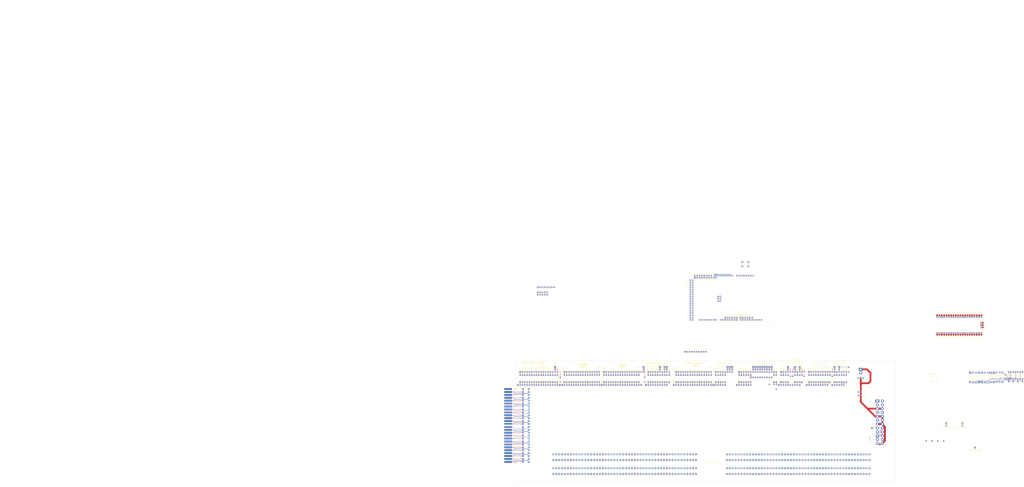
<source format=kicad_pcb>
(kicad_pcb (version 20221018) (generator pcbnew)
  (title_block (title "Nova 1200 front panel") (date "2019-05-19") (rev "Rev 3") (company "Marcel van Herk") (comment 1 "Suitable for Arduino Nano or Teensy 3.2") (comment 2 "Fix: remove track to C19 and connected to VCC instead") (comment 3 "Fix: correctly connect AC3 switch, correct SCK, SSCK") (comment 4 "Fix: switch holes 1.4, serial/light, cloop"))
  (layers (0 "F.Cu" signal) (31 "B.Cu" signal) (36 "B.SilkS" user "B.Silkscreen") (37 "F.SilkS" user "F.Silkscreen") (38 "B.Mask" user) (39 "F.Mask" user) (44 "Edge.Cuts" user))
  (net 0 "")
  (net 1 "GND")
  (net 2 "~{PL}")
  (net 3 "~{CON RQ}")
  (net 4 "Net-(C3-Pad1)")
  (net 5 "Net-(C4-Pad1)")
  (net 6 "Net-(C5-Pad1)")
  (net 7 "+5V")
  (net 8 "Net-(D1-A)")
  (net 9 "Net-(D2-K)")
  (net 10 "Net-(D3-A)")
  (net 11 "Net-(D4-K)")
  (net 12 "Net-(D5-A)")
  (net 13 "Net-(D6-K)")
  (net 14 "~{MEM15}")
  (net 15 "~{MEM14}")
  (net 16 "~{MBO13}")
  (net 17 "~{MEM12}")
  (net 18 "~{MBO11}")
  (net 19 "~{MEM9}")
  (net 20 "~{MBO9}")
  (net 21 "~{MBO7}")
  (net 22 "~{MEM6}")
  (net 23 "~{MBO5}")
  (net 24 "~{MBO14}")
  (net 25 "~{MEM2}")
  (net 26 "~{MBO1}")
  (net 27 "~{MBO2}")
  (net 28 "~{MBO4}")
  (net 30 "~{MBO8}")
  (net 31 "RESTART ENABLE")
  (net 32 "~{RST}")
  (net 33 "~{CON INST}")
  (net 34 "~{ISTP}")
  (net 35 "~{ION}")
  (net 36 "~{RUN}")
  (net 37 "~{MBO15}")
  (net 38 "~{MEM13}")
  (net 39 "~{MBO12}")
  (net 40 "~{MEM11}")
  (net 41 "~{MEM10}")
  (net 42 "+12V Lamp")
  (net 43 "~{MEM8}")
  (net 44 "~{MBO6}")
  (net 45 "~{MEM5}")
  (net 46 "~{MEM4}")
  (net 47 "~{MBO3}")
  (net 48 "~{MEM0}")
  (net 49 "~{MEM1}")
  (net 50 "~{MEM7}")
  (net 51 "~{MEM3}")
  (net 52 "~{MBO10}")
  (net 53 "~{STOP}")
  (net 54 "~{CON DATA}")
  (net 55 "~{CONT+ISTP+MSTP}")
  (net 56 "~{MSTP}")
  (net 57 "~{CARRY}")
  (net 58 "~{FETCH}")
  (net 59 "~{EXEC}")
  (net 60 "~{DEFER}")
  (net 61 "~{POWER FAIL}")
  (net 64 "+5V OK")
  (net 65 "MEM OK")
  (net 70 "Entrex P10.19")
  (net 72 "Entrex P10.30")
  (net 73 "~{MSKO}")
  (net 74 "INTA")
  (net 75 "DATIB")
  (net 76 "DATIA")
  (net 77 "~{DS3}")
  (net 78 "~{EXT LOAD}")
  (net 79 "DATOC")
  (net 80 "CLR")
  (net 81 "STRT")
  (net 82 "DATIC")
  (net 83 "DATOB")
  (net 85 "DATOA")
  (net 87 "~{DCHA}")
  (net 89 "~{DS4}")
  (net 91 "~{DS5}")
  (net 93 "~{DS2}")
  (net 95 "~{DS1}")
  (net 97 "IO RST")
  (net 99 "~{DS0}")
  (net 100 "LOAD IR")
  (net 101 "IO PLS")
  (net 104 "~{LOAD AC}")
  (net 107 "~{SELD}")
  (net 109 "~{SELB}")
  (net 112 "~{FORCE LOAD IR}")
  (net 114 "~{MD SEL1}")
  (net 116 "~{WAS JSR}")
  (net 118 "~{DIV}")
  (net 119 "~{TEST}")
  (net 124 "~{WHOA}")
  (net 125 "~{MA LOAD}")
  (net 130 "~{DCHM0}")
  (net 132 "STROBE")
  (net 133 "~{DCHM1}")
  (net 137 "~{INTR}")
  (net 138 "INHIBIT")
  (net 140 "DCHO")
  (net 142 "~{DCHR}")
  (net 144 "DCHI")
  (net 146 "OVFLO")
  (net 148 "~{RQENB}")
  (net 149 "~{INH TRANS}")
  (net 151 "CLK FLOP")
  (net 154 "Entrex Backplane S01B53 to S13B53")
  (net 156 "~{DATA7}")
  (net 157 "~{DATA14}")
  (net 158 "~{DATA5}")
  (net 159 "~{DATA11}")
  (net 160 "~{DATA12}")
  (net 161 "~{DATA8}")
  (net 162 "~{DATA4}")
  (net 163 "~{DATA0}")
  (net 164 "~{DATA9}")
  (net 165 "~{DATA13}")
  (net 166 "~{DATA1}")
  (net 167 "~{DATA15}")
  (net 169 "~{SKIP}")
  (net 171 "~{DATA3}")
  (net 172 "MB LOAD")
  (net 173 "~{DATA10}")
  (net 175 "~{MBO0}")
  (net 178 "~{DATA2}")
  (net 179 "~{READ IO}")
  (net 182 "~{MB CLEAR}")
  (net 183 "~{READ1}")
  (net 184 "~{DRIVE IO}")
  (net 186 "~{READ2}")
  (net 187 "~{SHIFT3}")
  (net 189 "~{SHIFT2}")
  (net 190 "~{SHIFT0}")
  (net 191 "~{DATA6}")
  (net 192 "~{SHIFT1}")
  (net 193 "+3v3")
  (net 194 "GND After Meter")
  (net 195 "PWR_OK")
  (net 197 "Net-(RN8-R1)")
  (net 198 "Power SW")
  (net 199 "Net-(RN8-R2)")
  (net 204 "RINH0")
  (net 205 "-5V")
  (net 206 "RINH1")
  (net 207 "INH GND")
  (net 208 "RINH2")
  (net 209 "+VINH")
  (net 210 "RINH3")
  (net 212 "RINH4")
  (net 213 "RINH5")
  (net 214 "RINH7")
  (net 215 "RINH6")
  (net 216 "RINH8")
  (net 217 "RINH11")
  (net 218 "RINH10")
  (net 219 "RINH9")
  (net 220 "RINH13")
  (net 221 "RINH15")
  (net 222 "RINH12")
  (net 223 "RINH14")
  (net 252 "~{DCHP OUT}")
  (net 253 "~{DCHP IN}")
  (net 254 "~{INTP OUT}")
  (net 255 "~{INTP IN}")
  (net 256 "60Hz")
  (net 257 "~{BMA LOAD}")
  (net 270 "+V MEM")
  (net 279 "~{RELOAD DISABLE}")
  (net 280 "ROS")
  (net 281 "~{EXT SELECT}")
  (net 282 "~{INHIBIT SELECT}")
  (net 287 "Net-(XA1-RESET)")
  (net 288 "Net-(U1-Pad13)")
  (net 289 "Net-(U1-Pad6)")
  (net 290 "UART_TX")
  (net 291 "UART_RX")
  (net 325 "Net-(J21-Pin_1)")
  (net 326 "Net-(J21-Pin_2)")
  (net 327 "Net-(J21-Pin_3)")
  (net 328 "Net-(J21-Pin_4)")
  (net 329 "Net-(J21-Pin_5)")
  (net 330 "Net-(J21-Pin_6)")
  (net 331 "Net-(J21-Pin_7)")
  (net 332 "Net-(J21-Pin_8)")
  (net 334 "Net-(J22-Pin_1)")
  (net 335 "Net-(J22-Pin_2)")
  (net 336 "Net-(J22-Pin_3)")
  (net 337 "Net-(J22-Pin_4)")
  (net 338 "Net-(J22-Pin_5)")
  (net 339 "Net-(J22-Pin_6)")
  (net 340 "Net-(J23-Pin_1)")
  (net 341 "Net-(J23-Pin_2)")
  (net 342 "Net-(J23-Pin_3)")
  (net 343 "Net-(J23-Pin_4)")
  (net 344 "Net-(J23-Pin_5)")
  (net 345 "Net-(J23-Pin_6)")
  (net 356 "Logic1")
  (net 357 "Logic2")
  (net 358 "Logic3")
  (net 359 "Logic4")
  (net 360 "Logic5")
  (net 361 "Logic6")
  (net 362 "Logic7")
  (net 363 "Logic8")
  (net 366 "Net-(RN1-R1)")
  (net 367 "Net-(RN1-R2)")
  (net 368 "Net-(RN1-R3)")
  (net 369 "Net-(RN1-R4)")
  (net 370 "Net-(RN1-R5)")
  (net 371 "Net-(RN1-R6)")
  (net 372 "Net-(RN1-R7)")
  (net 373 "Net-(RN1-R8)")
  (net 374 "Net-(RN1-R9)")
  (net 375 "Net-(RN2-R8)")
  (net 376 "Net-(RN2-R7)")
  (net 377 "Net-(RN2-R6)")
  (net 378 "Net-(RN2-R5)")
  (net 379 "Net-(RN2-R4)")
  (net 380 "Net-(RN2-R3)")
  (net 381 "Net-(RN2-R2)")
  (net 382 "Net-(RN2-R1)")
  (net 383 "Net-(D7-K)")
  (net 384 "Net-(RN3-R1)")
  (net 385 "Net-(RN3-R2)")
  (net 386 "Net-(RN3-R3)")
  (net 387 "Net-(RN3-R4)")
  (net 388 "Net-(RN3-R5)")
  (net 389 "Net-(RN3-R6)")
  (net 390 "Net-(RN3-R7)")
  (net 391 "Net-(RN3-R8)")
  (net 392 "Net-(RN3-R9)")
  (net 393 "Net-(RN4-R7)")
  (net 394 "Net-(RN4-R1)")
  (net 395 "Net-(RN4-R2)")
  (net 396 "Net-(RN4-R3)")
  (net 397 "Net-(RN4-R4)")
  (net 398 "Net-(RN4-R5)")
  (net 399 "Net-(RN4-R6)")
  (net 400 "Net-(RN5-R1)")
  (net 401 "Net-(RN5-R2)")
  (net 402 "Net-(RN5-R3)")
  (net 403 "Net-(RN5-R4)")
  (net 404 "Net-(RN5-R5)")
  (net 405 "Net-(RN5-R6)")
  (net 406 "Net-(RN5-R7)")
  (net 407 "Net-(RN5-R8)")
  (net 408 "Net-(RN5-R9)")
  (net 409 "Net-(RN6-R7)")
  (net 410 "Net-(RN6-R1)")
  (net 411 "Net-(RN6-R2)")
  (net 412 "Net-(RN6-R3)")
  (net 413 "Net-(RN6-R4)")
  (net 414 "Net-(RN6-R5)")
  (net 415 "Net-(RN6-R6)")
  (net 416 "Net-(D8-K)")
  (net 417 "Net-(RN7-R1)")
  (net 418 "Net-(RN7-R2)")
  (net 419 "Net-(RN7-R3)")
  (net 420 "Net-(RN7-R4)")
  (net 421 "Net-(RN7-R5)")
  (net 422 "Net-(RN7-R6)")
  (net 423 "Net-(RN7-R7)")
  (net 424 "Net-(RN7-R8)")
  (net 425 "Net-(RN7-R9)")
  (net 429 "Net-(RN8-R3)")
  (net 430 "Net-(RN8-R4)")
  (net 431 "Net-(RN8-R5)")
  (net 432 "Net-(RN8-R6)")
  (net 433 "Net-(RN8-R7)")
  (net 434 "Net-(RN8-R8)")
  (net 435 "Net-(RN8-R9)")
  (net 436 "Net-(RN9-R7)")
  (net 437 "Net-(RN9-R6)")
  (net 438 "Net-(RN9-R5)")
  (net 439 "Net-(RN9-R4)")
  (net 440 "Net-(RN9-R3)")
  (net 441 "Net-(RN9-R2)")
  (net 442 "Net-(RN9-R1)")
  (net 443 "Net-(RN10-R1)")
  (net 444 "Net-(RN10-R2)")
  (net 445 "Net-(RN10-R3)")
  (net 446 "Net-(RN10-R4)")
  (net 447 "Net-(RN10-R5)")
  (net 448 "Net-(D9-K)")
  (net 449 "Net-(D10-K)")
  (net 450 "Net-(D11-K)")
  (net 451 "Net-(D13-K)")
  (net 452 "Net-(D14-K)")
  (net 453 "Net-(D15-K)")
  (net 454 "-12v")
  (net 460 "Net-(J21-Pin_9)")
  (net 461 "Net-(J21-Pin_10)")
  (net 462 "Net-(RN12-R1)")
  (net 463 "Net-(RN12-R2)")
  (net 464 "Net-(RN12-R3)")
  (net 465 "Net-(RN12-R4)")
  (net 466 "Net-(RN12-R5)")
  (net 467 "Net-(RN12-R6)")
  (net 468 "Net-(D12-K)")
  (net 469 "Net-(D16-K)")
  (net 470 "Net-(D17-K)")
  (net 471 "Net-(D18-K)")
  (net 472 "Net-(D19-K)")
  (net 473 "Net-(D20-K)")
  (net 474 "Net-(D21-K)")
  (net 475 "Net-(D22-K)")
  (net 476 "Net-(D23-K)")
  (net 477 "Net-(BAR12-Pad1)")
  (net 478 "Net-(BAR12-Pad2)")
  (net 479 "Net-(D24-K)")
  (net 480 "Net-(D25-K)")
  (net 481 "Net-(D26-K)")
  (net 482 "Net-(U1-Pad11)")
  (net 487 "Net-(RN13-R1)")
  (net 488 "Net-(RN13-R2)")
  (net 489 "Net-(RN13-R3)")
  (net 490 "Net-(RN13-R4)")
  (net 491 "Net-(RN13-R8)")
  (net 492 "Net-(RN13-R9)")
  (net 498 "Net-(RN15-R1)")
  (net 499 "Net-(RN15-R2)")
  (net 500 "Net-(RN15-R3)")
  (net 501 "Net-(RN15-R4)")
  (net 502 "Net-(RN15-R5)")
  (net 504 "Net-(RN15-R6)")
  (net 505 "Net-(RN15-R7)")
  (net 506 "Net-(RN15-R8)")
  (net 507 "Net-(RN15-R9)")
  (net 509 "Net-(RN16-R2)")
  (net 510 "Net-(RN16-R4)")
  (net 511 "Net-(RN16-R5)")
  (net 514 "Net-(D27-K)")
  (net 515 "Net-(D28-K)")
  (net 520 "Net-(RN16-R3)")
  (footprint "Button_Switch_Keyboard:nova frontpanel layout" (layer "F.Cu") (at -309.245 -307.34)
    (fp_text reference "FPIMAGE1" hide)
    (fp_text value "MountingHole" hide)
  )
  (footprint "Resistor_THT:R_Array_SIP10" (layer "F.Cu") (at 30.48 46.99)
    (fp_text reference "RN1" hide)
    (fp_text value "R_Network09_US" hide)
  )
  (footprint "Connector_PinHeader_2.54mm:PinHeader_1x02_P2.54mm_Vertical" (layer "F.Cu") (at 404.485 58.42 -90)
    (fp_text reference "JP4")
    (fp_text value "Vipass Ammeter")
  )
  (footprint "Connector_PinHeader_2.54mm:PinHeader_1x02_P2.54mm_Vertical" (layer "F.Cu") (at 497.586 88.646)
    (fp_text reference "JP2")
    (fp_text value "Entrex ~{M CON DATA}")
  )
  (footprint "Resistor_THT:R_Axial_DIN0207_L6.3mm_D2.5mm_P10.16mm_Horizontal" (layer "F.Cu") (at 530.056 33.655 -90)
    (fp_text reference "R3" hide)
    (fp_text value "4.7k")
  )
  (footprint "Resistor_THT:R_Array_SIP10" (layer "F.Cu") (at 170.18 46.99)
    (fp_text reference "RN7" hide)
    (fp_text value "R_Network09_US" hide)
  )
  (footprint "Resistor_THT:R_Array_SIP10" (layer "F.Cu") (at 200.66 46.99)
    (fp_text reference "RN8")
    (fp_text value "R_Network09_US" hide)
  )
  (footprint "Resistor_THT:R_Axial_DIN0204_L3.6mm_D1.6mm_P5.08mm_Horizontal" (layer "F.Cu") (at 391.287 32.639 90)
    (fp_text reference "R13" hide)
    (fp_text value "R_US" hide)
  )
  (footprint "Capacitor_THT:C_Disc_D6.0mm_W2.5mm_P5.00mm" (layer "F.Cu") (at 562.356 40.56 90)
    (fp_text reference "C5" hide)
    (fp_text value "C" hide)
  )
  (footprint "Connector_PinHeader_2.54mm:PinHeader_1x06_P2.54mm_Vertical" (layer "F.Cu") (at 273.3802 -26.3906 90)
    (fp_text reference "J23" hide)
    (fp_text value "Arduino Digital Pins" hide)
  )
  (footprint "Resistor_THT:R_Axial_DIN0207_L6.3mm_D2.5mm_P10.16mm_Horizontal" (layer "F.Cu") (at 555.879 33.274 -90)
    (fp_text reference "R1" hide)
    (fp_text value "1k")
  )
  (footprint "Connector_PinHeader_2.54mm:PinHeader_1x02_P2.54mm_Vertical" (layer "F.Cu") (at 515.366 88.646)
    (fp_text reference "JP3")
    (fp_text value "Entrex ~{M CON INST}")
  )
  (footprint "LED_THT:LED_D1.8mm_W3.3mm_H2.4mm" (layer "F.Cu") (at 185.42 27.305 -90)
    (fp_text reference "D9" hide)
    (fp_text value "LED" hide)
  )
  (footprint "Forgotten Machines:XK-001_Volt-Amp_Meter - Backside" (layer "F.Cu") (at 419.735 36.195)
    (fp_text reference "MES1" hide)
    (fp_text value "XK-001")
  )
  (footprint "LED_THT:LED_D1.8mm_W3.3mm_H2.4mm" (layer "F.Cu") (at 302.26 27.305 -90)
    (fp_text reference "D19" hide)
    (fp_text value "LED" hide)
  )
  (footprint "Forgotten Machines:LED Bar 10" (layer "F.Cu") (at 81.28 43.815)
    (fp_text reference "BAR3" hide)
    (fp_text value "LED Bar 10" hide)
  )
  (footprint "LED_THT:LED_D1.8mm_W3.3mm_H2.4mm" (layer "F.Cu") (at 325.12 27.305 -90)
    (fp_text reference "D25" hide)
    (fp_text value "LED" hide)
  )
  (footprint "LED_THT:LED_D1.8mm_W3.3mm_H2.4mm" (layer "F.Cu") (at 294.64 27.305 -90)
    (fp_text reference "D21" hide)
    (fp_text value "LED" hide)
  )
  (footprint "LED_THT:LED_D1.8mm_W3.3mm_H2.4mm" (layer "F.Cu") (at 332.74 27.305 -90)
    (fp_text reference "D26" hide)
    (fp_text value "LED" hide)
  )
  (footprint "Resistor_THT:R_Axial_DIN0204_L3.6mm_D1.6mm_P5.08mm_Horizontal" (layer "F.Cu") (at 327.66 37.465 90)
    (fp_text reference "R11" hide)
    (fp_text value "R_US" hide)
  )
  (footprint "Connector_PinHeader_2.54mm:PinHeader_1x10_P2.54mm_Vertical" (layer "F.Cu") (at 347.98 32.639 90)
    (fp_text reference "J11" hide)
    (fp_text value "CPU Option Inputs")
  )
  (footprint "LED_THT:LED_D1.8mm_W3.3mm_H2.4mm" (layer "F.Cu") (at 287.02 27.305 -90)
    (fp_text reference "D12" hide)
    (fp_text value "LED" hide)
  )
  (footprint "Diode_THT:D_DO-41_SOD81_P10.16mm_Horizontal" (layer "F.Cu") (at 523.748 33.528 -90)
    (fp_text reference "D4" hide)
    (fp_text value "1N4004" hide)
  )
  (footprint "Resistor_THT:R_Array_SIP10" (layer "F.Cu") (at 212.725 10.795)
    (fp_text reference "RN11")
    (fp_text value "R_Network09_US" hide)
  )
  (footprint "Forgotten Machines:LED Bar 4" (layer "F.Cu") (at 317.5 43.815)
    (fp_text reference "BAR13" hide)
    (fp_text value "LED Bar 4" hide)
  )
  (footprint "Resistor_THT:R_Array_SIP9" (layer "F.Cu") (at 76.2 46.99 180)
    (fp_text reference "RN2" hide)
    (fp_text value "R_Network08_US")
  )
  (footprint "Forgotten Machines:LED Bar 2" (layer "F.Cu") (at 309.88 43.815)
    (fp_text reference "BAR12" hide)
    (fp_text value "LED Bar 2" hide)
  )
  (footprint "Resistor_THT:R_Array_SIP10" (layer "F.Cu") (at 78.74 46.99)
    (fp_text reference "RN3" hide)
    (fp_text value "R_Network09_US" hide)
  )
  (footprint "Resistor_THT:R_Axial_DIN0207_L6.3mm_D2.5mm_P10.16mm_Horizontal" (layer "F.Cu") (at 526.923 43.688 90)
    (fp_text reference "R4" hide)
    (fp_text value "4.7k")
  )
  (footprint "Resistor_THT:R_Array_SIP10" (layer "F.Cu") (at 314.96 46.99)
    (fp_text reference "RN13" hide)
    (fp_text value "R_Network09_US" hide)
  )
  (footprint "Resistor_THT:R_Array_SIP6" (layer "F.Cu") (at 373.38 46.99)
    (fp_text reference "RN16" hide)
    (fp_text value "R_Network05_US" hide)
  )
  (footprint "Connector_PinHeader_2.54mm:PinHeader_1x17_P2.54mm_Vertical" (layer "F.Cu") (at 33.02 32.766 90)
    (fp_text reference "J9" hide)
    (fp_text value "Front Panel Controls")
  )
  (footprint "Forgotten Machines:RPi_Pico_SMD_TH" (layer "F.Cu") (at 511.937 -18.415 90)
    (fp_text reference "U2")
    (fp_text value "Pico")
  )
  (footprint "Forgotten Machines:PinHeader_2x05_P2.54mm_Vertical - Backside" (layer "F.Cu") (at 52.324 -53.975 90)
    (fp_text reference "J19" hide)
    (fp_text value "Logic 8 CH")
  )
  (footprint "Forgotten Machines:LED Bar 10" (layer "F.Cu") (at 124.46 43.815)
    (fp_text reference "BAR5" hide)
    (fp_text value "LED Bar 10" hide)
  )
  (footprint "Forgotten Machines:LED Bar 4" (layer "F.Cu") (at 332.74 43.815)
    (fp_text reference "BAR14" hide)
    (fp_text value "LED Bar 4" hide)
  )
  (footprint "LED_THT:LED_D1.8mm_W3.3mm_H2.4mm" (layer "F.Cu") (at 299.72 27.305 -90)
    (fp_text reference "D18" hide)
    (fp_text value "LED" hide)
  )
  (footprint "Resistor_THT:R_Array_SIP10" (layer "F.Cu") (at 121.92 46.99)
    (fp_text reference "RN5" hide)
    (fp_text value "R_Network09_US" hide)
  )
  (footprint "LED_THT:LED_D1.8mm_W3.3mm_H2.4mm" (layer "F.Cu") (at 261.62 27.305 -90)
    (fp_text reference "D14" hide)
    (fp_text value "LED" hide)
  )
  (footprint "Resistor_THT:R_Axial_DIN0207_L6.3mm_D2.5mm_P10.16mm_Horizontal" (layer "F.Cu") (at 539.877 33.655 -90)
    (fp_text reference "R5" hide)
    (fp_text value "10k")
  )
  (footprint "Forgotten Machines:DG Nova Front Panel Card Edge" (layer "F.Cu") (at 18.23 90.915)
    (fp_text reference "J5" hide)
    (fp_text value "Front Panel Card Edge" hide)
    (fp_line (start -2.42 -41.295) (end -2.42 -0.795) (stroke (width 0.05)) (layer "Edge.Cuts"))
    (fp_line (start -2.42 -0.795) (end 12.58 -0.795) (stroke (width 0.05)) (layer "Edge.Cuts"))
    (fp_line (start -2.42 1.205) (end 12.58 1.205) (stroke (width 0.05)) (layer "Edge.Cuts"))
    (fp_line (start -2.42 41.705) (end -2.42 1.205) (stroke (width 0.05)) (layer "Edge.Cuts"))
    (fp_line (start -1.42 -42.295) (end 8.58 -42.295) (stroke (width 0.05)) (layer "Edge.Cuts"))
    (fp_line (start -1.42 42.705) (end 8.58 42.705) (stroke (width 0.05)) (layer "Edge.Cuts"))
    (fp_line (start 9.58 -43.295) (end 9.58 -55.795) (stroke (width 0.05)) (layer "Edge.Cuts"))
    (fp_line (start 9.58 43.705) (end 9.58 56.205) (stroke (width 0.05)) (layer "Edge.Cuts"))
    (fp_arc (start -2.42 -41.295) (mid -2.127102 -42.002102) (end -1.42 -42.295) (stroke (width 0.05)) (layer "Edge.Cuts"))
    (fp_arc (start -1.42 42.705) (mid -2.127109 42.412109) (end -2.42 41.705) (stroke (width 0.05)) (layer "Edge.Cuts"))
    (fp_arc (start 8.58 42.705) (mid 9.287107 42.997893) (end 9.58 43.705) (stroke (width 0.05)) (layer "Edge.Cuts"))
    (fp_arc (start 9.58 -55.795) (mid 9.872899 -56.502101) (end 10.58 -56.795) (stroke (width 0.05)) (layer "Edge.Cuts"))
    (fp_arc (start 9.58 -43.295) (mid 9.287113 -42.587887) (end 8.58 -42.295) (stroke (width 0.05)) (layer "Edge.Cuts"))
    (fp_arc (start 10.58 57.205) (mid 9.872893 56.912107) (end 9.58 56.205) (stroke (width 0.05)) (layer "Edge.Cuts"))
    (fp_arc (start 12.58 -0.795) (mid 13.58 0.205) (end 12.58 1.205) (stroke (width 0.05)) (layer "Edge.Cuts"))
  )
  (footprint "Diode_THT:D_DO-41_SOD81_P10.16mm_Horizontal" (layer "F.Cu") (at 533.273 43.815 90)
    (fp_text reference "D3" hide)
    (fp_text value "1N4004" hide)
  )
  (footprint "Forgotten Machines:DG NOVA Backplane Connector - Backside" (layer "F.Cu") (at 145.78 125.65)
    (fp_text reference "J15" hide)
    (fp_text value "Slot_02x50_Odd_Even" hide)
  )
  (footprint "Forgotten Machines:Disc Capacitor Common Entrex Trapezoid" (layer "F.Cu") (at 490.982 107.862)
    (fp_text reference "C1" hide)
    (fp_text value "CAP_Disc_Common_-_Entrex_Trapezoid" hide)
  )
  (footprint "Connector_PinHeader_2.54mm:PinHeader_1x01_P2.54mm_Vertical" (layer "F.Cu") (at 416.56 93.98)
    (fp_text reference "TP2" hide)
    (fp_text value "ATX PWR_OK")
  )
  (footprint "Forgotten Machines:LED Bar 7" (layer "F.Cu") (at 58.42 43.815)
    (fp_text reference "BAR2" hide)
    (fp_text value "LED Bar 10" hide)
  )
  (footprint "Diode_THT:D_DO-41_SOD81_P10.16mm_Horizontal" (layer "F.Cu") (at 536.575 43.815 90)
    (fp_text reference "D5" hide)
    (fp_text value "1N4004" hide)
  )
  (footprint "LED_THT:LED_D1.8mm_W3.3mm_H2.4mm" (layer "F.Cu") (at 264.16 27.305 -90)
    (fp_text reference "D15" hide)
    (fp_text value "LED" hide)
  )
  (footprint "Forgotten Machines:Arduino_Mega2560_Shield" (layer "F.Cu") (at 315.087 -74.803 180)
    (fp_text reference "XA1" hide)
    (fp_text value "Arduino_Mega2560_Shield" hide)
  )
  (footprint "LED_THT:LED_D1.8mm_W3.3mm_H2.4mm" (layer "F.Cu") (at 307.34 27.305 -90)
    (fp_text reference "D23" hide)
    (fp_text value "LED" hide)
  )
  (footprint "Resistor_THT:R_Array_SIP8" (layer "F.Cu") (at 165.1 46.99 180)
    (fp_text reference "RN6" hide)
    (fp_text value "R_Network07_US" hide)
  )
  (footprint "Connector_PinHeader_2.54mm:PinHeader_1x10_P2.54mm_Vertical" (layer "F.Cu") (at 172.72 32.766 90)
    (fp_text reference "J18" hide)
    (fp_text value "MEM Control Outputs")
  )
  (footprint "LED_THT:LED_D1.8mm_W3.3mm_H2.4mm" (layer "F.Cu") (at 167.64 27.305 -90)
    (fp_text reference "D8" hide)
    (fp_text value "LED" hide)
  )
  (footprint "Connector_PinHeader_2.54mm:PinHeader_1x06_P2.54mm_Vertical" (layer "F.Cu") (at 256.667 -26.3398 90)
    (fp_text reference "J22" hide)
    (fp_text value "Arduino Digital Pins" hide)
  )
  (footprint "LED_THT:LED_D1.8mm_W3.3mm_H2.4mm" (layer "F.Cu") (at 190.5 27.305 -90)
    (fp_text reference "D10" hide)
    (fp_text value "LED" hide)
  )
  (footprint "Resistor_THT:R_Array_SIP7" (layer "F.Cu") (at 269.24 46.99)
    (fp_text reference "RN12" hide)
    (fp_text value "R_Network06_US" hide)
  )
  (footprint "Forgotten Machines:Connector_2x12_P4.2mmx5.5mm (ATX Plug)" (layer "F.Cu") (at 422.51 64.61 90)
    (fp_text reference "J4")
    (fp_text value "ATX-24" hide)
  )
  (footprint "Forgotten Machines:LED Bar 5" (layer "F.Cu") (at 246.38 43.815)
    (fp_text reference "BAR11")
    (fp_text value "LED Bar 10" hide)
  )
  (footprint "LED_THT:LED_D1.8mm_W3.3mm_H2.4mm" (layer "F.Cu") (at 337.82 27.305 -90)
    (fp_text reference "D24" hide)
    (fp_text value "LED" hide)
  )
  (footprint "Forgotten Machines:Disc Capacitor Common Entrex Trapezoid" (layer "F.Cu") (at 478.282 107.862)
    (fp_text reference "C2" hide)
    (fp_text value "CAP_Disc_Common_-_Entrex_Trapezoid" hide)
  )
  (footprint "Diode_THT:D_DO-41_SOD81_P10.16mm_Horizontal" (layer "F.Cu") (at 549.529 33.655 -90)
    (fp_text reference "D2" hide)
    (fp_text value "1N4004" hide)
  )
  (footprint "Connector_PinHeader_2.54mm:PinHeader_1x16_P2.54mm_Vertical" (layer "F.Cu") (at 81.28 32.766 90)
    (fp_text reference "J6" hide)
    (fp_text value "MBO")
  )
  (footprint "Forgotten Machines:DG NOVA Backplane Connector - Frontside" (layer "F.Cu") (at 336.82 140.98)
    (fp_text reference "J2" hide)
    (fp_text value "~" hide)
  )
  (footprint "Forgotten Machines:LED Bar 6" (layer "F.Cu") (at 149.86 43.815)
    (fp_text reference "BAR6" hide)
    (fp_text value "LED Bar 10" hide)
  )
  (footprint "Resistor_THT:R_Axial_DIN0204_L3.6mm_D1.6mm_P5.08mm_Horizontal" (layer "F.Cu") (at 342.9 37.465 90)
    (fp_text reference "R14" hide)
    (fp_text value "R_US" hide)
  )
  (footprint "Resistor_THT:R_Array_SIP8" (layer "F.Cu") (at 243.84 46.99 180)
    (fp_text reference "RN9")
    (fp_text value "R_Network07_US" hide)
  )
  (footprint "Connector_PinHeader_2.54mm:PinHeader_1x18_P2.54mm_Vertical" (layer "F.Cu") (at 124.46 32.766 90)
    (fp_text reference "J7" hide)
    (fp_text value "MEM")
  )
  (footprint "Forgotten Machines:LED Bar 6" (layer "F.Cu") (at 228.6 43.815)
    (fp_text reference "BAR9")
    (fp_text value "LED Bar 10" hide)
  )
  (footprint "LED_THT:LED_D1.8mm_W3.3mm_H2.4mm" (layer "F.Cu") (at 292.1 27.305 -90)
    (fp_text reference "D17" hide)
    (fp_text value "LED" hide)
  )
  (footprint "Forgotten Machines:LED Bar 6" (layer "F.Cu") (at 271.78 43.815)
    (fp_text reference "BAR10" hide)
    (fp_text value "LED Bar 10" hide)
  )
  (footprint "Forgotten Machines:DG NOVA Front Pannel Connector - Backside" (layer "F.Cu") (at 39.195 90.435)
    (fp_text reference "J1")
    (fp_text value "Front Panel Socket - Backside")
  )
  (footprint "Resistor_THT:R_Axial_DIN0204_L3.6mm_D1.6mm_P5.08mm_Horizontal" (layer "F.Cu") (at 168.91 43.815 90)
    (fp_text reference "R8" hide)
    (fp_text value "R_US" hide)
  )
  (footprint "LED_THT:LED_D1.8mm_W3.3mm_H2.4mm" (layer "F.Cu") (at 304.8 27.305 -90)
    (fp_text reference "D20" hide)
    (fp_text value "LED" hide)
  )
  (footprint "Resistor_THT:R_Axial_DIN0207_L6.3mm_D2.5mm_P10.16mm_Horizontal" (layer "F.Cu") (at 552.704 43.561 90)
    (fp_text reference "R2" hide)
    (fp_text value "10k")
  )
  (footprint "LED_THT:LED_D1.8mm_W3.3mm_H2.4mm" (layer "F.Cu") (at 259.08 27.305 -90)
    (fp_text reference "D13" hide)
    (fp_text value "LED" hide)
  )
  (footprint "Resistor_THT:R_Axial_DIN0204_L3.6mm_D1.6mm_P5.08mm_Horizontal" (layer "F.Cu") (at 373.38 37.465 90)
    (fp_text reference "R15" hide)
    (fp_text value "R_US" hide)
  )
  (footprint "Resistor_THT:R_Array_SIP10" (layer "F.Cu") (at 345.44 46.99)
    (fp_text reference "RN15" hide)
    (fp_text value "R_Network09_US" hide)
  )
  (footprint "LED_THT:LED_D1.8mm_W3.3mm_H2.4mm" (layer "F.Cu") (at 381 27.305 -90)
    (fp_text reference "D27" hide)
    (fp_text value "LED" hide)
  )
  (footprint "Resistor_THT:R_Array_SIP8" (layer "F.Cu") (at 121.92 46.99 180)
    (fp_text reference "RN4" hide)
    (fp_text value "R_Network07_US" hide)
  )
  (footprint "Connector_PinHeader_2.54mm:PinHeader_1x16_P2.54mm_Vertical" (layer "F.Cu") (at 203.2 32.766 90)
    (fp_text reference "J8" hide)
    (fp_text value "Data Channel")
  )
  (footprint "Connector_PinHeader_2.54mm:PinHeader_1x17_P2.54mm_Vertical" (layer "F.Cu") (at 271.78 32.766 90)
    (fp_text reference "J10" hide)
    (fp_text value "Programmed I/O")
  )
  (footprint "Button_Switch_THT:SW_PUSH_6mm" (layer "F.Cu") (at 281.836 -82.495 180)
    (fp_text reference "SW1" hide)
    (fp_text value "SW_Push")
  )
  (footprint "Forgotten Machines:DG NOVA Backplane Connector - Backside" (layer "F.Cu") (at 335.01 125.73)
    (fp_text reference "J16" hide)
    (fp_text value "Slot_02x50_Odd_Even" hide)
  )
  (footprint "Connector_PinHeader_2.54mm:PinHeader_1x08_P2.54mm_Vertical" (layer "F.Cu") (at 246.38 32.766 90)
    (fp_text reference "J12" hide)
    (fp_text value "Data Channel")
  )
  (footprint "Resistor_THT:R_Axial_DIN0204_L3.6mm_D1.6mm_P5.08mm_Horizontal" (layer "F.Cu") (at 76.835 43.815 90)
    (fp_text reference "R7" hide)
    (fp_text value "R_US" hide)
  )
  (footprint "Forgotten Machines:LED Bar 6" (layer "F.Cu") (at 375.92 43.815)
    (fp_text reference "BAR16" hide)
    (fp_text value "LED Bar 10" hide)
  )
  (footprint "LED_THT:LED_D1.8mm_W3.3mm_H2.4mm" (layer "F.Cu") (at 289.56 27.305 -90)
    (fp_text reference "D16" hide)
    (fp_text value "LED" hide)
  )
  (footprint "Forgotten Machines:LED Bar 10" (layer "F.Cu") (at 347.98 43.815)
    (fp_text reference "BAR15" hide)
    (fp_text value "LED Bar 10" hide)
  )
  (footprint "Resistor_THT:R_Axial_DIN0207_L6.3mm_D2.5mm_P10.16mm_Horizontal" (layer "F.Cu") (at 542.925 43.815 90)
    (fp_text reference "R6" hide)
    (fp_text value "1k")
  )
  (footprint "Forgotten Machines:DG NOVA Backplane Connector - Frontside" (layer "F.Cu") (at 147.59 140.97)
    (fp_text reference "J3" hide)
    (fp_text value "~" hide)
  )
  (footprint "Resistor_THT:R_Axial_DIN0204_L3.6mm_D1.6mm_P5.08mm_Horizontal" (layer "F.Cu") (at 312.42 51.435 90)
    (fp_text reference "R9" hide)
    (fp_text value "R_US" hide)
  )
  (footprint "Connector_PinHeader_2.54mm:PinHeader_1x10_P2.54mm_Vertical" (layer "F.Cu") (at 223.647 -69.977 90)
    (fp_text reference "J21" hide)
    (fp_text value "Arduino Anolog Pins" hide)
  )
  (footprint "Connector_PinHeader_2.54mm:PinHeader_1x06_P2.54mm_Vertical" (layer "F.Cu") (at 375.92 32.639 90)
    (fp_text reference "J17" hide)
    (fp_text value "CPU Option Outputs" hide)
  )
  (footprint "Resistor_THT:R_Axial_DIN0204_L3.6mm_D1.6mm_P5.08mm_Horizontal" (layer "F.Cu") (at 304.8 46.355)
    (fp_text reference "R10" hide)
    (fp_text value "R_US" hide)
  )
  (footprint "Resistor_THT:R_Array_SIP6" (layer "F.Cu") (at 243.84 46.99)
    (fp_text reference "RN10" hide)
    (fp_text value "R_Network05_US" hide)
  )
  (footprint "Resistor_THT:R_Array_SIP10" (layer "F.Cu") (at 284.48 38.735)
    (fp_text reference "RN14" hide)
    (fp_text value "R_Network09_US" hide)
  )
  (footprint "Forgotten Machines:LED Bar 10" (layer "F.Cu") (at 203.2 43.815)
    (fp_text reference "BAR8")
    (fp_text value "LED Bar 10" hide)
  )
  (footprint "LED_THT:LED_D1.8mm_W3.3mm_H2.4mm" (layer "F.Cu") (at 375.92 27.305 -90)
    (fp_text reference "D28" hide)
    (fp_text value "LED" hide)
  )
  (footprint "LED_THT:LED_D1.8mm_W3.3mm_H2.4mm" (layer "F.Cu") (at 193.04 27.305 -90)
    (fp_text reference "D11" hide)
    (fp_text value "LED" hide)
  )
  (footprint "LED_THT:LED_D1.8mm_W3.3mm_H2.4mm" (layer "F.Cu") (at 71.12 27.305 -90)
    (fp_text reference "D7" hide)
    (fp_text value "LED" hide)
  )
  (footprint "Connector_PinHeader_2.54mm:PinHeader_1x08_P2.54mm_Vertical" (layer "F.Cu") (at 52.324 -59.563 90)
    (fp_text reference "J20" hide)
    (fp_text value "Logic 8 CH")
  )
  (footprint "Connector_PinHeader_2.54mm:PinHeader_1x01_P2.54mm_Vertical" (layer "F.Cu") (at 528.955 115.189)
    (fp_text reference "TP1" hide)
    (fp_text value "Entrex Backplane S01B53 to S13B53" hide)
  )
  (footprint "Forgotten Machines:LED Bar 10" (layer "F.Cu") (at 33.02 43.815)
    (fp_text reference "BAR1" hide)
    (fp_text value "LED Bar 10" hide)
  )
  (footprint "Connector_PinHeader_2.54mm:PinHeader_1x04_P2.54mm_Vertical" (layer "F.Cu") (at 317.5 32.766 90)
    (fp_text reference "J13" hide)
    (fp_text value "Program Interrupt")
  )
  (footprint "Resistor_THT:R_Axial_DIN0204_L3.6mm_D1.6mm_P5.08mm_Horizontal" (layer "F.Cu") (at 330.2 37.465 90)
    (fp_text reference "R12" hide)
    (fp_text value "R_US" hide)
  )
  (footprint "Forgotten Machines:LED Bar 6" (layer "F.Cu") (at 106.68 43.7075)
    (fp_text reference "BAR4" hide)
    (fp_text value "LED Bar 10" hide)
  )
  (footprint "Package_DIP:DIP-14_W7.62mm" (layer "F.Cu") (at 565.658 40.513 90)
    (fp_text reference "U1" hide)
    (fp_text value "74HC14")
  )
  (footprint "Diode_THT:D_DO-41_SOD81_P10.16mm_Horizontal" (layer "F.Cu") (at 559.054 43.688 90)
    (fp_text reference "D1" hide)
    (fp_text value "1N4004" hide)
  )
  (footprint "Connector_PinHeader_2.54mm:PinHeader_1x04_P2.54mm_Vertical" (layer "F.Cu") (at 332.74 32.639 90)
    (fp_text reference "J14" hide)
    (fp_text value "System Control")
  )
  (footprint "Capacitor_THT:C_Disc_D6.0mm_W2.5mm_P5.00mm" (layer "F.Cu") (at 575.771 43.18)
    (fp_text reference "C3" hide)
    (fp_text value "C" hide)
  )
  (footprint "LED_THT:LED_D1.8mm_W3.3mm_H2.4mm" (layer "F.Cu") (at 297.18 27.305 -90)
    (fp_text reference "D22" hide)
    (fp_text value "LED" hide)
  )
  (footprint "Diode_THT:D_DO-41_SOD81_P10.16mm_Horizontal" (layer "F.Cu") (at 546.1 33.655 -90)
    (fp_text reference "D6" hide)
    (fp_text value "1N4004" hide)
  )
  (footprint "Capacitor_THT:C_Disc_D6.0mm_W2.5mm_P5.00mm" (layer "F.Cu") (at 570.785 43.18 180)
    (fp_text reference "C4" hide)
    (fp_text value "C" hide)
  )
  (footprint "Forgotten Machines:LED Bar 10" (layer "F.Cu") (at 172.72 43.815)
    (fp_text reference "BAR7" hide)
    (fp_text value "LED Bar 10" hide)
  )
  (footprint "Connector_PinHeader_2.54mm:PinHeader_1x02_P2.54mm_Vertical" (layer "F.Cu") (at 404.485 54.61 -90)
    (fp_text reference "JP1")
    (fp_text value "Vipass Ammeter" hide)
  )
  (gr_rect (start 396.865 52.07) (end 409.565 62.23) (stroke (width 0.15)) (fill none) (layer "F.SilkS"))
  (gr_line (start 442.595 20.32) (end 442.595 151.765) (stroke (width 0.15)) (layer "Edge.Cuts"))
  (gr_line (start 27.81 35.29) (end 27.81 20.32) (stroke (width 0.15)) (layer "Edge.Cuts"))
  (gr_arc (start 28.449013 151.765987) (mid 28 151.58) (end 27.814013 151.130987) (stroke (width 0.15)) (layer "Edge.Cuts"))
  (gr_line (start 27.813 147.0406) (end 27.814013 151.130987) (stroke (width 0.15)) (layer "Edge.Cuts"))
  (gr_line (start 28.449013 151.765987) (end 433.096413 151.765987) (stroke (width 0.15)) (layer "Edge.Cuts"))
  (gr_line (start 442.595 20.32) (end 27.81 20.32) (stroke (width 0.15)) (layer "Edge.Cuts"))
  (gr_line (start 442.595 151.765) (end 432.562 151.765) (stroke (width 0.15)) (layer "Edge.Cuts"))
  (gr_text "DCHP" (at 247.65 31.115 270) (layer "F.SilkS") (effects (font (size 1 1) (thickness 0.15) italic) (justify right bottom)))
  (gr_text "~{CARRY}" (at 44.704 30.988 270) (layer "F.SilkS") (effects (font (size 1 1)) (justify right bottom)))
  (gr_text "2\n" (at 85.725 31.115) (layer "F.SilkS") (effects (font (size 1 1)) (justify left bottom)))
  (gr_text "5" (at 93.345 31.115) (layer "F.SilkS") (effects (font (size 1 1)) (justify left bottom)))
  (gr_text "INTP" (at 321.31 31.115 270) (layer "F.SilkS") (effects (font (size 1 1) (thickness 0.15) italic) (justify right bottom)))
  (gr_text "~{SKIP}" (at 385.064 31.115 270) (layer "F.SilkS") (effects (font (size 1 1)) (justify right bottom)))
  (gr_text "2\n" (at 207.645 31.115) (layer "F.SilkS") (effects (font (size 1 1)) (justify left bottom)))
  (gr_text "Front Panel Controls" (at 34.925 23.368) (layer "F.SilkS") (effects (font (size 1.5 1.5) (thickness 0.3) bold) (justify left bottom)))
  (gr_text "7" (at 220.345 31.115) (layer "F.SilkS") (effects (font (size 1 1)) (justify left bottom)))
  (gr_text "2\n" (at 128.905 31.115) (layer "F.SilkS") (effects (font (size 1 1)) (justify left bottom)))
  (gr_text "~{RST}" (at 72.644 30.988 270) (layer "F.SilkS") (effects (font (size 1 1)) (justify right bottom)))
  (gr_text "~{INTR}" (at 316.23 31.115 270) (layer "F.SilkS") (effects (font (size 1 1)) (justify right bottom)))
  (gr_text "Resistor Blocks\nShare Pin 1 Hole" (at 120.65 49.276) (layer "F.SilkS") (effects (font (size 0.25 0.25) (thickness 0.0625)) (justify left bottom)))
  (gr_text "~{MBO15}" (at 118.11 31.115 270) (layer "F.SilkS") (effects (font (size 1 1)) (justify right bottom)))
  (gr_text "IO RST" (at 332.105 26.035 270) (layer "F.SilkS") (effects (font (size 1 1)) (justify right bottom)))
  (gr_text "~{ION}" (at 34.544 30.988 270) (layer "F.SilkS") (effects (font (size 1 1)) (justify right bottom)))
  (gr_text "10" (at 148.59 31.115) (layer "F.SilkS") (effects (font (size 1 1)) (justify left bottom)))
  (gr_text "5" (at 215.265 31.115) (layer "F.SilkS") (effects (font (size 1 1)) (justify left bottom)))
  (gr_text "6" (at 139.065 31.115) (layer "F.SilkS") (effects (font (size 1 1)) (justify left bottom)))
  (gr_text "DATOB\n" (at 296.418 26.035 270) (layer "F.SilkS") (effects (font (size 1 1)) (justify right bottom)))
  (gr_text "12" (at 110.49 31.115) (layer "F.SilkS") (effects (font (size 1 1)) (justify left bottom)))
  (gr_text "~{MA LOAD}" (at 181.61 31.115 270) (layer "F.SilkS") (effects (font (size 1 1)) (justify right bottom)))
  (gr_text "9" (at 146.685 31.115) (layer "F.SilkS") (effects (font (size 1 1)) (justify left bottom)))
  (gr_text "~{STOP}" (at 49.784 30.988 270) (layer "F.SilkS") (effects (font (size 1 1)) (justify right bottom)))
  (gr_text "11\n" (at 151.13 31.115) (layer "F.SilkS") (effects (font (size 1 1)) (justify left bottom)))
  (gr_text "~{MSKO}" (at 318.77 31.115 270) (layer "F.SilkS") (effects (font (size 1 1)) (justify right bottom)))
  (gr_text "DATOC\n" (at 298.958 26.035 270) (layer "F.SilkS") (effects (font (size 1 1)) (justify right bottom)))
  (gr_text "~{LOAD AC}" (at 377.698 31.115 270) (layer "F.SilkS") (effects (font (size 1 1)) (justify right bottom)))
  (gr_text "Data Channel" (at 246.38 23.495) (layer "F.SilkS") (effects (font (size 1 1) (thickness 0.2) bold) (justify left bottom)))
  (gr_text "7" (at 98.425 31.115) (layer "F.SilkS") (effects (font (size 1 1)) (justify left bottom)))
  (gr_text "~{DCHM0}" (at 252.73 31.115 270) (layer "F.SilkS") (effects (font (size 1 1)) (justify right bottom)))
  (gr_text "3" (at 88.265 31.115) (layer "F.SilkS") (effects (font (size 1 1)) (justify left bottom)))
  (gr_text "4" (at 133.985 31.115) (layer "F.SilkS") (effects (font (size 1 1)) (justify left bottom)))
  (gr_text "~{SHIFT3}" (at 369.824 31.115 270) (layer "F.SilkS") (effects (font (size 1 1)) (justify right bottom)))
  (gr_text "D02 D03 D04 D05 D06 D07" (at 255.3462 -27.4066) (layer "F.SilkS") (effects (font (size 0.75 0.75) (thickness 0.1875) bold) (justify left bottom)))
  (gr_text "~{CON RQ}" (at 52.324 30.988 270) (layer "F.SilkS") (effects (font (size 1 1)) (justify right bottom)))
  (gr_text "8" (at 222.885 31.115) (layer "F.SilkS") (effects (font (size 1 1)) (justify left bottom)))
  (gr_text "DATIA" (at 286.258 26.035 270) (layer "F.SilkS") (effects (font (size 1 1)) (justify right bottom)))
  (gr_text "DATIB" (at 288.798 26.035 270) (layer "F.SilkS") (effects (font (size 1 1)) (justify right bottom)))
  (gr_text "14" (at 158.75 31.115) (layer "F.SilkS") (effects (font (size 1 1)) (justify left bottom)))
  (gr_text "INTA" (at 324.485 26.035 270) (layer "F.SilkS") (effects (font (size 1 1)) (justify right bottom)))
  (gr_text "~{WAS JSR}" (at 387.731 31.115 270) (layer "F.SilkS") (effects (font (size 1 1)) (justify right bottom)))
  (gr_text "~{DS1}" (at 273.05 31.436 270) (layer "F.SilkS") (effects (font (size 1 1)) (justify right bottom)))
  (gr_text "~{SHIFT0}" (at 362.204 31.115 270) (layer "F.SilkS") (effects (font (size 1 1)) (justify right bottom)))
  (gr_text "~{READ1}" (at 176.53 31.115 270) (layer "F.SilkS") (effects (font (size 1 1)) (justify right bottom)))
  (gr_text "STRT\n" (at 301.498 26.035 270) (layer "F.SilkS") (effects (font (size 1 1)) (justify right bottom)))
  (gr_text "~{READ2}" (at 179.07 31.115 270) (layer "F.SilkS") (effects (font (size 1 1)) (justify right bottom)))
  (gr_text "~{READ IO}" (at 173.99 31.115 270) (layer "F.SilkS") (effects (font (size 1 1)) (justify right bottom)))
  (gr_text "~{EXEC}" (at 42.164 30.988 270) (layer "F.SilkS") (effects (font (size 1 1)) (justify right bottom)))
  (gr_text "~{CONT+ISTP+MSTP}" (at 59.944 30.988 270) (layer "F.SilkS") (effects (font (size 0.75 0.75) (thickness 0.125)) (justify right bottom)))
  (gr_text "Data\n~{MEM}\n" (at 140.97 28.575) (layer "F.SilkS") (effects (font (size 2 2) (thickness 0.3)) (justify left bottom)))
  (gr_text "DATOA\n" (at 293.878 26.035 270) (layer "F.SilkS") (effects (font (size 1 1)) (justify right bottom)))
  (gr_text "~{SHIFT2}" (at 367.284 31.115 270) (layer "F.SilkS") (effects (font (size 1 1)) (justify right bottom)))
  (gr_text "Arduino Anolog Pins" (at 225.2726 -73.3298) (layer "F.SilkS") (effects (font (size 1 1)) (justify left bottom)))
  (gr_text "9" (at 225.425 31.115) (layer "F.SilkS") (effects (font (size 1 1)) (justify left bottom)))
  (gr_text "STROBE" (at 189.865 26.035 270) (layer "F.SilkS") (effects (font (size 0.8 0.8)) (justify right bottom)))
  (gr_text "1" (at 205.105 31.115) (layer "F.SilkS") (effects (font (size 1 1)) (justify left bottom)))
  (gr_text "4" (at 90.805 31.115) (layer "F.SilkS") (effects (font (size 1 1)) (justify left bottom)))
  (gr_text "~{MBO0}" (at 80.01 31.115 270) (layer "F.SilkS") (effects (font (size 1 1)) (justify right bottom)))
  (gr_text "6" (at 217.805 31.115) (layer "F.SilkS") (effects (font (size 1 1)) (justify left bottom)))
  (gr_text "~{DATA15}" (at 240.03 31.115 270) (layer "F.SilkS") (effects (font (size 1 1)) (justify right bottom)))
  (gr_text "3" (at 131.445 31.115) (layer "F.SilkS") (effects (font (size 1 1)) (justify left bottom)))
  (gr_text "~{FETCH}" (at 37.084 30.988 270) (layer "F.SilkS") (effects (font (size 1 1)) (justify right bottom)))
  (gr_text "DCHI" (at 257.81 26.035 270) (layer "F.SilkS") (effects (font (size 1 1)) (justify right bottom)))
  (gr_text "~{MEM0}" (at 123.19 31.115 270) (layer "F.SilkS") (effects (font (size 1 1)) (justify right bottom)))
  (gr_text "D53" (at 214.7062 -63.881) (layer "F.SilkS") (effects (font (size 1 1)) (justify left bottom)))
  (gr_text "1" (at 83.185 31.115) (layer "F.SilkS") (effects (font (size 1 1)) (justify left bottom)))
  (gr_text "~{DS3}" (at 278.13 31.496 270) (layer "F.SilkS") (effects (font (size 1 1)) (justify right bottom)))
  (gr_text "CLK FLOP" (at 375.285 26.035 270) (layer "F.SilkS") (effects (font (size 0.75 0.75)) (justify right bottom)))
  (gr_text "RESTART\nENABLE" (at 69.85 26.035 270) (layer "F.SilkS") (effects (font (size 0.8 0.8)) (justify right bottom)))
  (gr_text "DATIC\n" (at 291.338 26.035 270) (layer "F.SilkS") (effects (font (size 1 1)) (justify right bottom)))
  (gr_text "8" (at 100.965 31.115) (layer "F.SilkS") (effects (font (size 1 1)) (justify left bottom)))
  (gr_text "~{DATA0}" (at 201.93 31.115 270) (layer "F.SilkS") (effects (font (size 1 1)) (justify right bottom)))
  (gr_text "11\n" (at 107.95 31.115) (layer "F.SilkS") (effects (font (size 1 1)) (justify left bottom)))
  (gr_text "LOAD IR" (at 380.365 26.035 270) (layer "F.SilkS") (effects (font (size 0.75 0.75)) (justify right bottom)))
  (gr_text "Resistor Blocks\nShare Pin 1 Hole" (at 242.824 49.276) (layer "F.SilkS") (effects (font (size 0.25 0.25) (thickness 0.0625)) (justify left bottom)))
  (gr_text "~{MSTP}" (at 62.484 30.988 270) (layer "F.SilkS") (effects (font (size 1 1)) (justify right bottom)))
  (gr_text "~{RUN}" (at 32.004 30.988 270) (layer "F.SilkS") (effects (font (size 1 1)) (justify right bottom)))
  (gr_text "~{SELB}" (at 308.864 31.496 270) (layer "F.SilkS") (effects (font (size 1 1)) (justify right bottom)))
  (gr_text "~{DS4}" (at 280.67 31.496 270) (layer "F.SilkS") (effects (font (size 1 1)) (justify right bottom)))
  (gr_text "~{POWER FAIL}" (at 339.725 31.115 270) (layer "F.SilkS") (effects (font (size 1 1)) (justify right bottom)))
  (gr_text "~{DS2}" (at 275.59 31.496 270) (layer "F.SilkS") (effects (font (size 1 1)) (justify right bottom)))
  (gr_text "12" (at 153.67 31.115) (layer "F.SilkS") (effects (font (size 1 1)) (justify left bottom)))
  (gr_text "13" (at 234.95 31.115) (layer "F.SilkS") (effects (font (size 1 1)) (justify left bottom)))
  (gr_text "~{FORCE LOAD IR}" (at 352.171 31.115 270) (layer "F.SilkS") (effects (font (size 0.75 0.75)) (justify right bottom)))
  (gr_text "14" (at 237.49 31.115) (layer "F.SilkS") (effects (font (size 1 1)) (justify left bottom)))
  (gr_text "CLR\n" (at 304.038 26.035 270) (layer "F.SilkS") (effects (font (size 1 1)) (justify right bottom)))
  (gr_text "~{DCHA}" (at 250.19 31.115 270) (layer "F.SilkS") (effects (font (size 1 1)) (justify right bottom)))
  (gr_text "6" (at 95.885 31.115) (layer "F.SilkS") (effects (font (size 1 1)) (justify left bottom)))
  (gr_text "3" (at 210.185 31.115) (layer "F.SilkS") (effects (font (size 1 1)) (justify left bottom)))
  (gr_text "A15 A14 A13 A12 A11 A10 A09 A08 A01 A00" (at 222.631 -67.4878) (layer "F.SilkS") (effects (font (size 0.75 0.75) (thickness 0.1875) bold) (justify left bottom)))
  (gr_text "+5V OK" (at 337.185 26.035 270) (layer "F.SilkS") (effects (font (size 1 1)) (justify right bottom)))
  (gr_text "7" (at 141.605 31.115) (layer "F.SilkS") (effects (font (size 1 1)) (justify left bottom)))
  (gr_text "~{INH TRANS}" (at 194.945 31.115 270) (layer "F.SilkS") (effects (font (size 0.8 0.8)) (justify right bottom)))
  (gr_text "CPU Option \n Outputs" (at 381.635 23.495) (layer "F.SilkS") (effects (font (size 1 1)) (justify left bottom)))
  (gr_text "D08 D09 D10 D11 D12 D13" (at 272.0594 -27.7622) (layer "F.SilkS") (effects (font (size 0.75 0.75) (thickness 0.1875) bold) (justify left bottom)))
  (gr_text "14" (at 115.57 31.115) (layer "F.SilkS") (effects (font (size 1 1)) (justify left bottom)))
  (gr_text "9" (at 103.505 31.115) (layer "F.SilkS") (effects (font (size 1 1)) (justify left bottom)))
  (gr_text "~{SHIFT1}" (at 364.617 31.115 270) (layer "F.SilkS") (effects (font (size 1 1)) (justify right bottom)))
  (gr_text "Data Channel\n     ~{DATA}" (at 213.36 27.305) (layer "F.SilkS") (effects (font (size 2 2) (thickness 0.3)) (justify left bottom)))
  (gr_text "~{DIV}" (at 349.504 31.115 270) (layer "F.SilkS") (effects (font (size 1 1)) (justify right bottom)))
  (gr_text "INHIBIT" (at 192.405 26.035 270) (layer "F.SilkS") (effects (font (size 0.8 0.8)) (justify right bottom)))
  (gr_text "10" (at 227.33 31.115) (layer "F.SilkS") (effects (font (size 1 1)) (justify left bottom)))
  (gr_text "~{MD SEL1}" (at 382.778 31.115 270) (layer "F.SilkS") (effects (font (size 1 1)) (justify right bottom)))
  (gr_text "12" (at 232.41 31.115) (layer "F.SilkS") (effects (font (size 1 1)) (justify left bottom)))
  (gr_text "~{DRIVE IO}" (at 171.45 31.115 270) (layer "F.SilkS") (effects (font (size 1 1)) (justify right bottom)))
  (gr_text "MEM OK\n" (at 167.005 26.035 270) (layer "F.SilkS") (effects (font (size 0.8 0.8)) (justify right bottom)))
  (gr_text "MB LOAD" (at 184.785 26.035 270) (layer "F.SilkS") (effects (font (size 0.8 0.8)) (justify right bottom)))
  (gr_text "1" (at 126.365 31.115) (layer "F.SilkS") (effects (font (size 1 1)) (justify left bottom)))
  (gr_text "~{MB CLEAR}" (at 187.325 31.115 270) (layer "F.SilkS") (effects (font (size 1 1)) (justify right bottom)))
  (gr_text "~{ISTP}" (at 65.024 30.988 270) (layer "F.SilkS") (effects (font (size 1 1)) (justify right bottom)))
  (gr_text "~{TEST}" (at 357.251 31.115 270) (layer "F.SilkS") (effects (font (size 1 1)) (justify right bottom)))
  (gr_text "IO PLS" (at 306.578 26.035 270) (layer "F.SilkS") (effects (font (size 1 1)) (justify right bottom)))
  (gr_text "~{EXT LOAD}" (at 354.711 31.115 270) (layer "F.SilkS") (effects (font (size 1 1)) (justify right bottom)))
  (gr_text "~{WHOA}" (at 347.091 31.115 270) (layer "F.SilkS") (effects (font (size 1 1)) (justify right bottom)))
  (gr_text "10" (at 105.41 31.115) (layer "F.SilkS") (effects (font (size 1 1)) (justify left bottom)))
  (gr_text "MEM Control" (at 170.688 23.876) (layer "F.SilkS") (effects (font (size 1.5 1.5) (thickness 0.3) bold) (justify left bottom)))
  (gr_text "~{CON DATA}" (at 57.404 30.988 270) (layer "F.SilkS") (effects (font (size 1 1)) (justify right bottom)))
  (gr_text "Entrex Backplane \nS01B53 to S13B53" (at 522.224 119.634) (layer "F.SilkS") (effects (font (size 1 1)) (justify left bottom)))
  (gr_text "~{TRY ME}" (at -92.075 -64.135 270) (layer "F.SilkS") (effects (font (size 1 1)) (justify right bottom)))
  (gr_text "Address\n  ~{MBO}" (at 95.25 28.575) (layer "F.SilkS") (effects (font (size 2 2) (thickness 0.3)) (justify left bottom)))
  (gr_text "13" (at 113.03 31.115) (layer "F.SilkS") (effects (font (size 1 1)) (justify left bottom)))
  (gr_text "Arduino Digital Pins" (at 265.1506 -28.9814) (layer "F.SilkS") (effects (font (size 1 1)) (justify left bottom)))
  (gr_text "~{DS5}" (at 283.21 31.496 270) (layer "F.SilkS") (effects (font (size 1 1)) (justify right bottom)))
  (gr_text "~{SELD}" (at 311.404 31.496 270) (layer "F.SilkS") (effects (font (size 1 1)) (justify right bottom)))
  (gr_text "~{RQENB}" (at 334.645 31.115 270) (layer "F.SilkS") (effects (font (size 1 1)) (justify right bottom)))
  (gr_text "~{PL}" (at 67.564 30.988 270) (layer "F.SilkS") (effects (font (size 1 1)) (justify right bottom)))
  (gr_text "11\n" (at 229.87 31.115) (layer "F.SilkS") (effects (font (size 1 1)) (justify left bottom)))
  (gr_text "13" (at 156.21 31.115) (layer "F.SilkS") (effects (font (size 1 1)) (justify left bottom)))
  (gr_text "~{MEM15}" (at 161.29 31.115 270) (layer "F.SilkS") (effects (font (size 1 1)) (justify right bottom)))
  (gr_text "5" (at 136.525 31.115) (layer "F.SilkS") (effects (font (size 1 1)) (justify left bottom)))
  (gr_text "8" (at 144.145 31.115) (layer "F.SilkS") (effects (font (size 1 1)) (justify left bottom)))
  (gr_text "~{DS0}" (at 270.51 31.496 270) (layer "F.SilkS") (effects (font (size 1 1)) (justify right bottom)))
  (gr_text "~{DCHM1}" (at 255.27 31.115 270) (layer "F.SilkS") (effects (font (size 1 1)) (justify right bottom)))
  (gr_text "~{DEFER}" (at 39.624 30.988 270) (layer "F.SilkS") (effects (font (size 1 1)) (justify right bottom)))
  (gr_text "~{CON INST}" (at 54.864 30.988 270) (layer "F.SilkS") (effects (font (size 1 1)) (justify right bottom)))
  (gr_text "OVFLO" (at 262.89 26.035 270) (layer "F.SilkS") (effects (font (size 1 1)) (justify right bottom)))
  (gr_text "DCHO" (at 260.35 26.035 270) (layer "F.SilkS") (effects (font (size 1 1)) (justify right bottom)))
  (gr_text "~{DCHR}" (at 245.11 31.115 270) (layer "F.SilkS") (effects (font (size 1 1)) (justify right bottom)))
  (gr_text "4" (at 212.725 31.115) (layer "F.SilkS") (effects (font (size 1 1)) (justify left bottom)))
  (dimension (type aligned) (layer "F.SilkS") (pts (xy 224.79 138.938) (xy 258.445 138.938)) (height -6.858) (gr_text "33.6550 mm" (at 241.6175 130.93) (layer "F.SilkS") (effects (font (size 1 1) (thickness 0.15)))) (format (prefix "") (suffix "") (units 3) (units_format 1) (precision 4)) (style (thickness 0.12) (arrow_length 1.27) (text_position_mode 0) (extension_height 0.58642) (extension_offset 0.5) keep_text_aligned))
  (dimension (type aligned) (layer "F.SilkS") (pts (xy 480.568 47.498) (xy 488.188 47.498)) (height -3.81) (gr_text "7.6200 mm" (at 484.378 42.538) (layer "F.SilkS") (effects (font (size 1 1) (thickness 0.15)))) (format (prefix "") (suffix "") (units 3) (units_format 1) (precision 4)) (style (thickness 0.15) (arrow_length 1.27) (text_position_mode 0) (extension_height 0.58642) (extension_offset 0.5) keep_text_aligned))
  (dimension (type aligned) (layer "F.SilkS") (pts (xy 480.568 39.624) (xy 485.648 39.624)) (height -3.81) (gr_text "5.0800 mm" (at 483.108 34.664) (layer "F.SilkS") (effects (font (size 1 1) (thickness 0.15)))) (format (prefix "") (suffix "") (units 3) (units_format 1) (precision 4)) (style (thickness 0.15) (arrow_length 1.27) (text_position_mode 0) (extension_height 0.58642) (extension_offset 0.5) keep_text_aligned))
  (segment locked (start 580.898 43.053) (end 580.771 43.18) (width 0.25) (layer "F.Cu") (net 1))
  (segment locked (start 580.898 40.513) (end 580.898 43.053) (width 0.25) (layer "F.Cu") (net 1))
  (segment locked (start 562.356 35.56) (end 564.533 37.737) (width 0.25) (layer "F.Cu") (net 1))
  (segment locked (start 564.533 37.737) (end 564.533 41.928) (width 0.25) (layer "F.Cu") (net 1))
  (segment locked (start 564.533 41.928) (end 565.785 43.18) (width 0.25) (layer "F.Cu") (net 1))
  (segment locked (start 569.194009 43.18) (end 570.319009 42.055) (width 0.25) (layer "B.Cu") (net 1))
  (segment locked (start 565.785 43.18) (end 569.194009 43.18) (width 0.25) (layer "B.Cu") (net 1))
  (segment locked (start 579.646 42.055) (end 580.771 43.18) (width 0.25) (layer "B.Cu") (net 1))
  (segment locked (start 570.319009 42.055) (end 579.646 42.055) (width 0.25) (layer "B.Cu") (net 1))
  (segment (start 68.58 32.766) (end 68.58 36.195) (width 0.25) (layer "F.Cu") (net 2))
  (segment (start 26.471 122.61) (end 41.14 122.61) (width 0.25) (layer "B.Cu") (net 2))
  (segment (start 26.471 122.61) (end 25.146 121.285) (width 0.25) (layer "B.Cu") (net 2))
  (segment (start 41.14 122.61) (end 42.465 121.285) (width 0.25) (layer "B.Cu") (net 2))
  (segment (start 25.146 121.285) (end 19.96 121.285) (width 0.25) (layer "B.Cu") (net 2))
  (segment (start 53.34 32.766) (end 53.34 36.195) (width 0.25) (layer "F.Cu") (net 3))
  (segment (start 25.654 114.935) (end 19.96 114.935) (width 0.25) (layer "B.Cu") (net 3))
  (segment (start 26.979 116.26) (end 41.14 116.26) (width 0.25) (layer "B.Cu") (net 3))
  (segment (start 26.979 116.26) (end 25.654 114.935) (width 0.25) (layer "B.Cu") (net 3))
  (segment (start 41.14 116.26) (end 42.465 114.935) (width 0.25) (layer "B.Cu") (net 3))
  (segment locked (start 575.818 40.513) (end 575.818 43.133) (width 0.25) (layer "F.Cu") (net 4))
  (segment locked (start 575.818 43.133) (end 575.771 43.18) (width 0.25) (layer "F.Cu") (net 4))
  (segment locked (start 556.514 39.243) (end 555.879 39.878) (width 0.25) (layer "F.Cu") (net 4))
  (segment locked (start 555.879 39.878) (end 555.879 43.434) (width 0.25) (layer "F.Cu") (net 4))
  (segment locked (start 556.819 38.938) (end 574.243 38.938) (width 0.25) (layer "B.Cu") (net 4))
  (segment locked (start 556.514 39.243) (end 556.819 38.938) (width 0.25) (layer "B.Cu") (net 4))
  (segment locked (start 574.243 38.938) (end 575.818 40.513) (width 0.25) (layer "B.Cu") (net 4))
  (segment locked (start 552.704 43.561) (end 555.752 43.561) (width 0.25) (layer "B.Cu") (net 4))
  (segment locked (start 555.752 43.561) (end 555.879 43.434) (width 0.25) (layer "B.Cu") (net 4))
  (segment locked (start 570.738 43.133) (end 570.785 43.18) (width 0.25) (layer "F.Cu") (net 5))
  (segment locked (start 570.738 40.513) (end 570.738 43.133) (width 0.25) (layer "F.Cu") (net 5))
  (segment locked (start 569.613 39.388) (end 570.738 40.513) (width 0.25) (layer "B.Cu") (net 5))
  (segment locked (start 560.832 40.11) (end 561.554 39.388) (width 0.25) (layer "B.Cu") (net 5))
  (segment locked (start 529.929 43.688) (end 530.056 43.815) (width 0.25) (layer "B.Cu") (net 5))
  (segment locked (start 530.056 43.815) (end 531.481 42.39) (width 0.25) (layer "B.Cu") (net 5))
  (segment locked (start 561.554 39.388) (end 569.613 39.388) (width 0.25) (layer "B.Cu") (net 5))
  (segment locked (start 545.993604 40.11) (end 560.832 40.11) (width 0.25) (layer "B.Cu") (net 5))
  (segment locked (start 526.923 43.688) (end 529.929 43.688) (width 0.25) (layer "B.Cu") (net 5))
  (segment locked (start 543.713604 42.39) (end 545.993604 40.11) (width 0.25) (layer "B.Cu") (net 5))
  (segment locked (start 531.481 42.39) (end 543.713604 42.39) (width 0.25) (layer "B.Cu") (net 5))
  (segment locked (start 565.611 40.56) (end 565.658 40.513) (width 0.25) (layer "F.Cu") (net 6))
  (segment locked (start 565.611 40.56) (end 565.658 40.513) (width 0.25) (layer "B.Cu") (net 6))
  (segment locked (start 542.925 43.815) (end 546.18 40.56) (width 0.25) (layer "B.Cu") (net 6))
  (segment locked (start 562.356 40.56) (end 565.611 40.56) (width 0.25) (layer "B.Cu") (net 6))
  (segment locked (start 539.877 43.815) (end 542.925 43.815) (width 0.25) (layer "B.Cu") (net 6))
  (segment locked (start 546.18 40.56) (end 562.356 40.56) (width 0.25) (layer "B.Cu") (net 6))
  (segment locked (start 566.783 42.436) (end 566.783 42.436001) (width 0.25) (layer "F.Cu") (net 7))
  (segment (start 425.26 111.791514) (end 425.23 111.761514) (width 2) (layer "F.Cu") (net 7))
  (segment locked (start 566.783 42.436001) (end 566.91 42.563001) (width 0.25) (layer "F.Cu") (net 7))
  (segment locked (start 565.658 32.893) (end 566.783 34.018) (width 0.25) (layer "F.Cu") (net 7))
  (segment locked (start 566.928 42.291) (end 566.783 42.436) (width 0.25) (layer "F.Cu") (net 7))
  (segment locked (start 566.783 34.018) (end 566.783 42.146) (width 0.25) (layer "F.Cu") (net 7))
  (segment locked (start 566.783 42.146) (end 566.928 42.291) (width 0.25) (layer "F.Cu") (net 7))
  (segment locked (start 566.692 42.055) (end 560.687 42.055) (width 0.25) (layer "B.Cu") (net 7))
  (segment (start 421.936 84.836) (end 422.51 85.41) (width 0.25) (layer "B.Cu") (net 7))
  (segment locked (start 544.975 44.94) (end 537.7 44.94) (width 0.25) (layer "B.Cu") (net 7))
  (segment locked (start 551.035 42.309) (end 549.529 43.815) (width 0.25) (layer "B.Cu") (net 7))
  (segment locked (start 533.273 43.815) (end 532.148 44.94) (width 0.25) (layer "B.Cu") (net 7))
  (segment locked (start 525 44.94) (end 523.748 43.688) (width 0.25) (layer "B.Cu") (net 7))
  (segment locked (start 537.7 44.94) (end 536.575 43.815) (width 0.25) (layer "B.Cu") (net 7))
  (segment locked (start 549.529 43.815) (end 546.1 43.815) (width 0.25) (layer "B.Cu") (net 7))
  (segment locked (start 532.148 44.94) (end 525 44.94) (width 0.25) (layer "B.Cu") (net 7))
  (segment locked (start 557.675 42.309) (end 551.035 42.309) (width 0.25) (layer "B.Cu") (net 7))
  (segment locked (start 559.054 43.688) (end 557.675 42.309) (width 0.25) (layer "B.Cu") (net 7))
  (segment locked (start 560.687 42.055) (end 559.054 43.688) (width 0.25) (layer "B.Cu") (net 7))
  (segment locked (start 546.1 43.815) (end 544.975 44.94) (width 0.25) (layer "B.Cu") (net 7))
  (segment locked (start 566.928 42.291) (end 566.692 42.055) (width 0.25) (layer "B.Cu") (net 7))
  (segment locked (start 536.575 43.815) (end 533.273 43.815) (width 0.25) (layer "B.Cu") (net 7))
  (segment locked (start 555.879 33.274) (end 558.8 33.274) (width 0.25) (layer "B.Cu") (net 8))
  (segment locked (start 558.8 33.274) (end 559.054 33.528) (width 0.25) (layer "B.Cu") (net 8))
  (segment locked (start 552.45 33.655) (end 552.704 33.401) (width 0.25) (layer "B.Cu") (net 9))
  (segment locked (start 549.529 33.655) (end 552.45 33.655) (width 0.25) (layer "B.Cu") (net 9))
  (segment locked (start 530.056 33.655) (end 533.273 33.655) (width 0.25) (layer "B.Cu") (net 10))
  (segment locked (start 523.748 33.528) (end 526.923 33.528) (width 0.25) (layer "B.Cu") (net 11))
  (segment locked (start 536.575 33.655) (end 539.877 33.655) (width 0.25) (layer "B.Cu") (net 12))
  (segment locked (start 542.925 33.655) (end 546.1 33.655) (width 0.25) (layer "B.Cu") (net 13))
  (segment (start 162.56 32.766) (end 162.56 36.150576) (width 0.25) (layer "F.Cu") (net 14))
  (segment (start 162.56 36.150576) (end 162.535248 36.175328) (width 0.25) (layer "F.Cu") (net 14))
  (segment (start 41.14 55.935) (end 42.465 54.61) (width 0.25) (layer "B.Cu") (net 14))
  (segment (start 25.654 54.61) (end 19.96 54.61) (width 0.25) (layer "B.Cu") (net 14))
  (segment (start 26.979 55.935) (end 25.654 54.61) (width 0.25) (layer "B.Cu") (net 14))
  (segment (start 26.979 55.935) (end 41.14 55.935) (width 0.25) (layer "B.Cu") (net 14))
  (segment (start 160.02 32.766) (end 160.02 36.195) (width 0.25) (layer "F.Cu") (net 15))
  (segment (start 41.14 56.46) (end 42.465 57.785) (width 0.25) (layer "B.Cu") (net 15))
  (segment (start 26.979 56.46) (end 41.14 56.46) (width 0.25) (layer "B.Cu") (net 15))
  (segment (start 25.654 57.785) (end 19.96 57.785) (width 0.25) (layer "B.Cu") (net 15))
  (segment (start 26.979 56.46) (end 25.654 57.785) (width 0.25) (layer "B.Cu") (net 15))
  (segment (start 114.3 32.766) (end 114.3 36.0875) (width 0.25) (layer "F.Cu") (net 16))
  (segment (start 25.527 60.96) (end 19.96 60.96) (width 0.25) (layer "B.Cu") (net 16))
  (segment (start 26.924 62.357) (end 25.527 60.96) (width 0.25) (layer "B.Cu") (net 16))
  (segment (start 41.068 62.357) (end 42.465 60.96) (width 0.25) (layer "B.Cu") (net 16))
  (segment (start 26.924 62.36) (end 26.924 62.357) (width 0.25) (layer "B.Cu") (net 16))
  (segment (start 26.924 62.357) (end 41.068 62.357) (width 0.25) (layer "B.Cu") (net 16))
  (segment (start 154.94 32.766) (end 154.94 36.195) (width 0.25) (layer "F.Cu") (net 17))
  (segment (start 26.852 62.81) (end 41.14 62.81) (width 0.25) (layer "B.Cu") (net 17))
  (segment (start 26.852 62.81) (end 25.527 64.135) (width 0.25) (layer "B.Cu") (net 17))
  (segment (start 41.14 62.81) (end 42.465 64.135) (width 0.25) (layer "B.Cu") (net 17))
  (segment (start 25.527 64.135) (end 19.96 64.135) (width 0.25) (layer "B.Cu") (net 17))
  (segment (start 109.22 32.766) (end 109.22 36.0875) (width 0.25) (layer "F.Cu") (net 18))
  (segment (start 26.852 68.635) (end 41.14 68.635) (width 0.25) (layer "B.Cu") (net 18))
  (segment (start 26.852 68.635) (end 25.527 67.31) (width 0.25) (layer "B.Cu") (net 18))
  (segment (start 41.14 68.635) (end 42.465 67.31) (width 0.25) (layer "B.Cu") (net 18))
  (segment (start 25.527 67.31) (end 19.96 67.31) (width 0.25) (layer "B.Cu") (net 18))
  (segment (start 147.32 32.766) (end 147.32 36.195) (width 0.25) (layer "F.Cu") (net 19))
  (segment (start 26.852 69.16) (end 41.14 69.16) (width 0.25) (layer "B.Cu") (net 19))
  (segment (start 26.852 69.16) (end 25.527 70.485) (width 0.25) (layer "B.Cu") (net 19))
  (segment (start 25.527 70.485) (end 19.96 70.485) (width 0.25) (layer "B.Cu") (net 19))
  (segment (start 41.14 69.16) (end 42.465 70.485) (width 0.25) (layer "B.Cu") (net 19))
  (segment (start 104.14 32.766) (end 104.14 36.195) (width 0.25) (layer "F.Cu") (net 20))
  (segment (start 26.725 74.985) (end 41.14 74.985) (width 0.25) (layer "B.Cu") (net 20))
  (segment (start 41.14 74.985) (end 42.465 73.66) (width 0.25) (layer "B.Cu") (net 20))
  (segment (start 25.4 73.66) (end 19.96 73.66) (width 0.25) (layer "B.Cu") (net 20))
  (segment (start 26.725 74.985) (end 25.4 73.66) (width 0.25) (layer "B.Cu") (net 20))
  (segment (start 99.06 32.766) (end 99.06 36.195) (width 0.25) (layer "F.Cu") (net 21))
  (segment (start 24.892 76.835) (end 26.217 78.16) (width 0.25) (layer "B.Cu") (net 21))
  (segment (start 19.96 76.835) (end 24.892 76.835) (width 0.25) (layer "B.Cu") (net 21))
  (segment (start 26.217 78.16) (end 41.14 78.16) (width 0.25) (layer "B.Cu") (net 21))
  (segment (start 41.14 78.16) (end 42.465 76.835) (width 0.25) (layer "B.Cu") (net 21))
  (segment (start 139.7 32.766) (end 139.7 36.195) (width 0.25) (layer "F.Cu") (net 22))
  (segment (start 25.4 80.01) (end 19.96 80.01) (width 0.25) (layer "B.Cu") (net 22))
  (segment (start 41.14 81.335) (end 42.465 80.01) (width 0.25) (layer "B.Cu") (net 22))
  (segment (start 26.725 81.335) (end 41.14 81.335) (width 0.25) (layer "B.Cu") (net 22))
  (segment (start 26.725 81.335) (end 25.4 80.01) (width 0.25) (layer "B.Cu") (net 22))
  (segment (start 93.98 32.766) (end 93.98 36.150576) (width 0.25) (layer "F.Cu") (net 23))
  (segment (start 93.98 36.150576) (end 93.955248 36.175328) (width 0.25) (layer "F.Cu") (net 23))
  (segment (start 41.14 81.86) (end 42.465 83.185) (width 0.25) (layer "B.Cu") (net 23))
  (segment (start 25.273 83.185) (end 19.96 83.185) (width 0.25) (layer "B.Cu") (net 23))
  (segment (start 26.598 81.86) (end 25.273 83.185) (width 0.25) (layer "B.Cu") (net 23))
  (segment (start 26.598 81.86) (end 41.14 81.86) (width 0.25) (layer "B.Cu") (net 23))
  (segment (start 116.84 32.766) (end 116.84 36.0875) (width 0.25) (layer "F.Cu") (net 24))
  (segment (start 25.273 86.36) (end 19.96 86.36) (width 0.25) (layer "B.Cu") (net 24))
  (segment (start 41.14 87.685) (end 42.465 86.36) (width 0.25) (layer "B.Cu") (net 24))
  (segment (start 26.598 87.685) (end 25.273 86.36) (width 0.25) (layer "B.Cu") (net 24))
  (segment (start 26.598 87.685) (end 41.14 87.685) (width 0.25) (layer "B.Cu") (net 24))
  (segment (start 129.54 32.766) (end 129.54 36.195) (width 0.25) (layer "F.Cu") (net 25))
  (segment (start 26.598 88.21) (end 41.14 88.21) (width 0.25) (layer "B.Cu") (net 25))
  (segment (start 41.14 88.21) (end 42.465 89.535) (width 0.25) (layer "B.Cu") (net 25))
  (segment (start 26.598 88.21) (end 25.377 89.385) (width 0.25) (layer "B.Cu") (net 25))
  (segment (start 25.377 89.385) (end 19.96 89.385) (width 0.25) (layer "B.Cu") (net 25))
  (segment (start 83.82 32.766) (end 83.82 36.195) (width 0.25) (layer "F.Cu") (net 26))
  (segment (start 26.725 94.035) (end 25.504 92.86) (width 0.25) (layer "B.Cu") (net 26))
  (segment (start 26.725 94.035) (end 41.14 94.035) (width 0.25) (layer "B.Cu") (net 26))
  (segment (start 41.14 94.035) (end 42.465 92.71) (width 0.25) (layer "B.Cu") (net 26))
  (segment (start 25.504 92.86) (end 19.96 92.86) (width 0.25) (layer "B.Cu") (net 26))
  (segment (start 86.36 32.766) (end 86.36 36.195) (width 0.25) (layer "F.Cu") (net 27))
  (segment (start 26.598 97.21) (end 41.14 97.21) (width 0.25) (layer "B.Cu") (net 27))
  (segment (start 25.273 95.885) (end 19.96 95.885) (width 0.25) (layer "B.Cu") (net 27))
  (segment (start 26.598 97.21) (end 25.273 95.885) (width 0.25) (layer "B.Cu") (net 27))
  (segment (start 41.14 97.21) (end 42.465 95.885) (width 0.25) (layer "B.Cu") (net 27))
  (segment (start 91.44 32.766) (end 91.44 36.195) (width 0.25) (layer "F.Cu") (net 28))
  (segment (start 26.598 97.735) (end 25.273 99.06) (width 0.25) (layer "B.Cu") (net 28))
  (segment (start 26.598 97.735) (end 41.14 97.735) (width 0.25) (layer "B.Cu") (net 28))
  (segment (start 41.14 97.735) (end 42.465 99.06) (width 0.25) (layer "B.Cu") (net 28))
  (segment (start 25.273 99.06) (end 19.96 99.06) (width 0.25) (layer "B.Cu") (net 28))
  (segment (start 101.6 32.766) (end 101.6 36.195) (width 0.25) (layer "F.Cu") (net 30))
  (segment (start 41.14 104.085) (end 42.465 105.41) (width 0.25) (layer "B.Cu") (net 30))
  (segment (start 26.598 104.085) (end 25.273 105.41) (width 0.25) (layer "B.Cu") (net 30))
  (segment (start 25.273 105.41) (end 19.96 105.41) (width 0.25) (layer "B.Cu") (net 30))
  (segment (start 26.598 104.085) (end 41.14 104.085) (width 0.25) (layer "B.Cu") (net 30))
  (segment (start 71.12 29.845) (end 71.12 32.766) (width 0.25) (layer "F.Cu") (net 31))
  (segment (start 26.471 109.91) (end 41.14 109.91) (width 0.25) (layer "B.Cu") (net 31))
  (segment (start 26.471 109.91) (end 25.146 108.585) (width 0.25) (layer "B.Cu") (net 31))
  (segment (start 41.14 109.91) (end 42.465 108.585) (width 0.25) (layer "B.Cu") (net 31))
  (segment (start 25.146 108.585) (end 19.96 108.585) (width 0.25) (layer "B.Cu") (net 31))
  (segment (start 73.66 32.766) (end 73.66 36.195) (width 0.25) (layer "F.Cu") (net 32))
  (segment (start 26.344 110.435) (end 41.14 110.435) (width 0.25) (layer "B.Cu") (net 32))
  (segment (start 25.019 111.76) (end 19.96 111.76) (width 0.25) (layer "B.Cu") (net 32))
  (segment (start 41.14 110.435) (end 42.465 111.76) (width 0.25) (layer "B.Cu") (net 32))
  (segment (start 26.344 110.435) (end 25.019 111.76) (width 0.25) (layer "B.Cu") (net 32))
  (segment (start 55.88 32.766) (end 55.88 36.195) (width 0.25) (layer "F.Cu") (net 33))
  (segment (start 25.654 118.11) (end 19.96 118.11) (width 0.25) (layer "B.Cu") (net 33))
  (segment (start 26.979 116.785) (end 25.654 118.11) (width 0.25) (layer "B.Cu") (net 33))
  (segment (start 41.14 116.785) (end 42.465 118.11) (width 0.25) (layer "B.Cu") (net 33))
  (segment (start 26.979 116.785) (end 41.14 116.785) (width 0.25) (layer "B.Cu") (net 33))
  (segment (start 66.04 32.766) (end 66.04 36.195) (width 0.25) (layer "F.Cu") (net 34))
  (segment (start 26.471 123.135) (end 41.14 123.135) (width 0.25) (layer "B.Cu") (net 34))
  (segment (start 41.14 123.135) (end 42.465 124.46) (width 0.25) (layer "B.Cu") (net 34))
  (segment (start 26.471 123.135) (end 25.146 124.46) (width 0.25) (layer "B.Cu") (net 34))
  (segment (start 25.146 124.46) (end 19.96 124.46) (width 0.25) (layer "B.Cu") (net 34))
  (segment (start 35.56 32.766) (end 35.56 36.195) (width 0.25) (layer "F.Cu") (net 35))
  (segment (start 24.892 127.635) (end 19.96 127.635) (width 0.25) (layer "B.Cu") (net 35))
  (segment (start 26.217 128.96) (end 24.892 127.635) (width 0.25) (layer "B.Cu") (net 35))
  (segment (start 41.14 128.96) (end 42.465 127.635) (width 0.25) (layer "B.Cu") (net 35))
  (segment (start 26.217 128.96) (end 41.14 128.96) (width 0.25) (layer "B.Cu") (net 35))
  (segment (start 33.02 32.766) (end 33.02 36.195) (width 0.25) (layer "F.Cu") (net 36))
  (segment (start 26.09 129.485) (end 41.14 129.485) (width 0.25) (layer "B.Cu") (net 36))
  (segment (start 41.14 129.485) (end 42.465 130.81) (width 0.25) (layer "B.Cu") (net 36))
  (segment (start 24.765 130.81) (end 19.96 130.81) (width 0.25) (layer "B.Cu") (net 36))
  (segment (start 26.09 129.485) (end 24.765 130.81) (width 0.25) (layer "B.Cu") (net 36))
  (segment (start 119.38 36.043076) (end 119.355248 36.067828) (width 0.25) (layer "F.Cu") (net 37))
  (segment (start 119.38 32.766) (end 119.38 36.043076) (width 0.25) (layer "F.Cu") (net 37))
  (segment (start 36.195 54.61) (end 19.96 54.61) (width 0.25) (layer "F.Cu") (net 37))
  (segment (start 36.195 57.785) (end 19.96 57.785) (width 0.25) (layer "F.Cu") (net 38))
  (segment (start 157.48 32.766) (end 157.48 36.195) (width 0.25) (layer "F.Cu") (net 38))
  (segment (start 111.76 32.766) (end 111.76 36.0875) (width 0.25) (layer "F.Cu") (net 39))
  (segment (start 36.195 60.96) (end 19.96 60.96) (width 0.25) (layer "F.Cu") (net 39))
  (segment (start 36.195 64.135) (end 19.96 64.135) (width 0.25) (layer "F.Cu") (net 40))
  (segment (start 152.4 32.766) (end 152.4 36.195) (width 0.25) (layer "F.Cu") (net 40))
  (segment (start 149.86 32.766) (end 149.86 36.195) (width 0.25) (layer "F.Cu") (net 41))
  (segment (start 36.195 67.31) (end 19.96 67.31) (width 0.25) (layer "F.Cu") (net 41))
  (segment (start 36.195 70.485) (end 19.96 70.485) (width 0.25) (layer "F.Cu") (net 42))
  (segment (start 424.942 70.358) (end 424.942 70.5104) (width 0.25) (layer "F.Cu") (net 42))
  (segment (start 424.942 71.6718) (end 424.935 71.6788) (width 0.25) (layer "B.Cu") (net 42))
  (segment (start 424.935 103.985) (end 424.935 99.187) (width 0.25) (layer "B.Cu") (net 42))
  (segment (start 424.942 70.358) (end 424.942 71.6718) (width 0.25) (layer "B.Cu") (net 42))
  (segment (start 424.935 99.785) (end 424.935 99.187) (width 0.25) (layer "B.Cu") (net 42))
  (segment (start 422.51 102.21) (end 424.935 99.785) (width 0.25) (layer "B.Cu") (net 42))
  (segment (start 422.51 106.41) (end 424.935 103.985) (width 0.25) (layer "B.Cu") (net 42))
  (segment (start 424.935 99.187) (end 424.935 71.6788) (width 0.25) (layer "B.Cu") (net 42))
  (segment (start 36.195 73.66) (end 19.96 73.66) (width 0.25) (layer "F.Cu") (net 43))
  (segment (start 144.78 32.766) (end 144.78 36.195) (width 0.25) (layer "F.Cu") (net 43))
  (segment (start 96.52 32.766) (end 96.52 36.195) (width 0.25) (layer "F.Cu") (net 44))
  (segment (start 36.195 76.835) (end 19.96 76.835) (width 0.25) (layer "F.Cu") (net 44))
  (segment (start 36.195 80.01) (end 19.96 80.01) (width 0.25) (layer "F.Cu") (net 45))
  (segment (start 137.16 32.766) (end 137.16 36.150576) (width 0.25) (layer "F.Cu") (net 45))
  (segment (start 137.16 36.150576) (end 137.135248 36.175328) (width 0.25) (layer "F.Cu") (net 45))
  (segment (start 134.62 32.766) (end 134.62 36.195) (width 0.25) (layer "F.Cu") (net 46))
  (segment (start 36.195 83.185) (end 19.96 83.185) (width 0.25) (layer "F.Cu") (net 46))
  (segment (start 36.195 86.36) (end 19.96 86.36) (width 0.25) (layer "F.Cu") (net 47))
  (segment (start 88.9 32.766) (end 88.9 36.195) (width 0.25) (layer "F.Cu") (net 47))
  (segment (start 124.46 32.766) (end 124.46 36.195) (width 0.25) (layer "F.Cu") (net 48))
  (segment (start 21.467 89.535) (end 21.082 89.92) (width 0.25) (layer "F.Cu") (net 48))
  (segment (start 36.195 89.535) (end 21.467 89.535) (width 0.25) (layer "F.Cu") (net 48))
  (segment (start 127 32.766) (end 127 36.195) (width 0.25) (layer "F.Cu") (net 49))
  (segment (start 36.195 95.885) (end 19.96 95.885) (width 0.25) (layer "F.Cu") (net 49))
  (segment (start 142.24 32.766) (end 142.24 36.195) (width 0.25) (layer "F.Cu") (net 50))
  (segment (start 36.195 99.06) (end 19.96 99.06) (width 0.25) (layer "F.Cu") (net 50))
  (segment (start 132.08 32.766) (end 132.08 36.195) (width 0.25) (layer "F.Cu") (net 51))
  (segment (start 36.195 102.235) (end 19.96 102.235) (width 0.25) (layer "F.Cu") (net 51))
  (segment (start 106.68 32.766) (end 106.68 36.0875) (width 0.25) (layer "F.Cu") (net 52))
  (segment (start 36.195 105.41) (end 19.96 105.41) (width 0.25) (layer "F.Cu") (net 52))
  (segment (start 50.8 32.766) (end 50.8 36.195) (width 0.25) (layer "F.Cu") (net 53))
  (segment (start 36.195 108.585) (end 19.96 108.585) (width 0.25) (layer "F.Cu") (net 53))
  (segment (start 58.42 32.766) (end 58.42 36.195) (width 0.25) (layer "F.Cu") (net 54))
  (segment (start 36.195 111.76) (end 19.96 111.76) (width 0.25) (layer "F.Cu") (net 54))
  (segment (start 36.195 114.935) (end 19.96 114.935) (width 0.25) (layer "F.Cu") (net 55))
  (segment (start 63.5 32.766) (end 63.5 36.195) (width 0.25) (layer "F.Cu") (net 56))
  (segment (start 36.195 118.11) (end 19.96 118.11) (width 0.25) (layer "F.Cu") (net 56))
  (segment (start 45.72 36.150576) (end 45.695248 36.175328) (width 0.25) (layer "F.Cu") (net 57))
  (segment (start 45.72 32.766) (end 45.72 36.150576) (width 0.25) (layer "F.Cu") (net 57))
  (segment (start 36.195 121.285) (end 19.96 121.285) (width 0.25) (layer "F.Cu") (net 57))
  (segment (start 38.1 32.766) (end 38.1 36.195) (width 0.25) (layer "F.Cu") (net 58))
  (segment (start 36.195 124.46) (end 19.96 124.46) (width 0.25) (layer "F.Cu") (net 58))
  (segment (start 36.195 124.46) (end 36.576 124.079) (width 0.25) (layer "B.Cu") (net 58))
  (segment (start 19.96 127.635) (end 36.195 127.635) (width 0.25) (layer "F.Cu") (net 59))
  (segment (start 43.18 32.766) (end 43.18 36.195) (width 0.25) (layer "F.Cu") (net 59))
  (segment (start 19.96 130.81) (end 36.195 130.81) (width 0.25) (layer "F.Cu") (net 60))
  (segment (start 40.64 32.766) (end 40.64 36.195) (width 0.25) (layer "F.Cu") (net 60))
  (segment (start 340.36 32.639) (end 340.36 36.195) (width 0.25) (layer "F.Cu") (net 61))
  (segment (start 337.82 29.845) (end 337.82 32.639) (width 0.25) (layer "F.Cu") (net 64))
  (segment (start 167.64 29.845) (end 167.64 32.766) (width 0.25) (layer "F.Cu") (net 65))
  (segment (start 320.04 32.766) (end 320.04 36.195) (width 0.25) (layer "F.Cu") (net 73))
  (segment (start 325.12 29.845) (end 325.12 32.766) (width 0.25) (layer "F.Cu") (net 74))
  (segment (start 289.56 29.845) (end 289.56 32.766) (width 0.25) (layer "F.Cu") (net 75))
  (segment (start 287.02 29.845) (end 287.02 32.766) (width 0.25) (layer "F.Cu") (net 76))
  (segment (start 279.4 32.766) (end 279.4 36.195) (width 0.25) (layer "F.Cu") (net 77))
  (segment (start 355.6 32.639) (end 355.6 36.195) (width 0.25) (layer "F.Cu") (net 78))
  (segment (start 299.72 29.845) (end 299.72 32.766) (width 0.25) (layer "F.Cu") (net 79))
  (segment (start 304.8 29.845) (end 304.8 32.766) (width 0.25) (layer "F.Cu") (net 80))
  (segment (start 302.26 29.845) (end 302.26 32.766) (width 0.25) (layer "F.Cu") (net 81))
  (segment (start 292.1 29.845) (end 292.1 32.766) (width 0.25) (layer "F.Cu") (net 82))
  (segment (start 297.18 29.845) (end 297.18 32.766) (width 0.25) (layer "F.Cu") (net 83))
  (segment (start 294.64 29.845) (end 294.64 32.766) (width 0.25) (layer "F.Cu") (net 85))
  (segment (start 251.46 32.766) (end 251.46 36.195) (width 0.25) (layer "F.Cu") (net 87))
  (segment (start 281.94 32.766) (end 281.94 36.195) (width 0.25) (layer "F.Cu") (net 89))
  (segment (start 284.48 36.150576) (end 284.455248 36.175328) (width 0.25) (layer "F.Cu") (net 91))
  (segment (start 284.48 32.766) (end 284.48 36.150576) (width 0.25) (layer "F.Cu") (net 91))
  (segment (start 276.86 32.766) (end 276.86 36.195) (width 0.25) (layer "F.Cu") (net 93))
  (segment (start 274.32 32.766) (end 274.32 36.195) (width 0.25) (layer "F.Cu") (net 95))
  (segment (start 332.74 29.845) (end 332.74 32.639) (width 0.25) (layer "F.Cu") (net 97))
  (segment (start 271.78 32.766) (end 271.78 36.195) (width 0.25) (layer "F.Cu") (net 99))
  (segment (start 381 29.845) (end 381 32.639) (width 0.25) (layer "F.Cu") (net 100))
  (segment (start 307.34 29.845) (end 307.34 32.766) (width 0.25) (layer "F.Cu") (net 101))
  (segment (start 414.46799 108.39101) (end 414.46799 103.69899) (width 0.25) (layer "B.Cu") (net 101))
  (segment (start 414.401 103.632) (end 414.401 103.505) (width 0.25) (layer "B.Cu") (net 101))
  (segment (start 414.46799 103.69899) (end 414.401 103.632) (width 0.25) (layer "B.Cu") (net 101))
  (segment (start 414.401 103.505) (end 414.274 103.505) (width 0.25) (layer "B.Cu") (net 101))
  (segment (start 378.46 32.639) (end 378.46 36.195) (width 0.25) (layer "F.Cu") (net 104))
  (segment (start 312.42 32.766) (end 312.42 36.195) (width 0.25) (layer "F.Cu") (net 107))
  (segment (start 413.639 104.267) (end 413.602 104.23) (width 0.25) (layer "B.Cu") (net 107))
  (segment (start 413.602 104.638698) (end 413.602 104.304) (width 0.25) (layer "B.Cu") (net 107))
  (segment (start 413.602 104.304) (end 413.639 104.267) (width 0.25) (layer "B.Cu") (net 107))
  (segment (start 309.88 32.766) (end 309.88 36.195) (width 0.25) (layer "F.Cu") (net 109))
  (segment (start 353.06 32.639) (end 353.06 36.195) (width 0.25) (layer "F.Cu") (net 112))
  (segment (start 383.54 32.639) (end 383.54 36.195) (width 0.25) (layer "F.Cu") (net 114))
  (segment (start 388.62 32.639) (end 388.62 36.150576) (width 0.25) (layer "F.Cu") (net 116))
  (segment (start 388.62 36.150576) (end 388.595248 36.175328) (width 0.25) (layer "F.Cu") (net 116))
  (segment (start 350.52 32.639) (end 350.52 36.195) (width 0.25) (layer "F.Cu") (net 118))
  (segment (start 358.14 32.639) (end 358.14 36.195) (width 0.25) (layer "F.Cu") (net 119))
  (segment (start 347.98 32.639) (end 347.98 36.195) (width 0.25) (layer "F.Cu") (net 124))
  (segment (start 182.88 32.766) (end 182.88 36.195) (width 0.25) (layer "F.Cu") (net 125))
  (segment (start 254 32.766) (end 254 36.195) (width 0.25) (layer "F.Cu") (net 130))
  (segment (start 190.5 29.845) (end 190.5 32.766) (width 0.25) (layer "F.Cu") (net 132))
  (segment (start 256.54 32.766) (end 256.54 36.195) (width 0.25) (layer "F.Cu") (net 133))
  (segment (start 317.5 32.766) (end 317.5 36.195) (width 0.25) (layer "F.Cu") (net 137))
  (segment (start 193.04 29.845) (end 193.04 32.766) (width 0.25) (layer "F.Cu") (net 138))
  (segment (start 261.62 29.845) (end 261.62 32.766) (width 0.25) (layer "F.Cu") (net 140))
  (segment (start 246.38 32.766) (end 246.38 36.195) (width 0.25) (layer "F.Cu") (net 142))
  (segment (start 259.08 29.845) (end 259.08 32.766) (width 0.25) (layer "F.Cu") (net 144))
  (segment (start 264.16 29.845) (end 264.16 32.766) (width 0.25) (layer "F.Cu") (net 146))
  (segment (start 335.28 32.639) (end 335.28 36.195) (width 0.25) (layer "F.Cu") (net 148))
  (segment (start 195.58 32.766) (end 195.58 36.195) (width 0.25) (layer "F.Cu") (net 149))
  (segment (start 375.92 29.845) (end 375.92 32.639) (width 0.25) (layer "F.Cu") (net 151))
  (segment (start 220.98 32.766) (end 220.98 36.195) (width 0.25) (layer "F.Cu") (net 156))
  (segment (start 238.76 32.766) (end 238.76 36.195) (width 0.25) (layer "F.Cu") (net 157))
  (segment (start 215.9 36.150576) (end 215.875248 36.175328) (width 0.25) (layer "F.Cu") (net 158))
  (segment (start 215.9 32.766) (end 215.9 36.150576) (width 0.25) (layer "F.Cu") (net 158))
  (segment locked (start 570.42007 45.35513) (end 570.438968 45.374028) (width 0.25) (layer "B.Cu") (net 158))
  (segment (start 231.14 32.766) (end 231.14 36.195) (width 0.25) (layer "F.Cu") (net 159))
  (segment (start 233.68 32.766) (end 233.68 36.195) (width 0.25) (layer "F.Cu") (net 160))
  (segment (start 223.52 32.766) (end 223.52 36.195) (width 0.25) (layer "F.Cu") (net 161))
  (segment (start 213.36 32.766) (end 213.36 36.195) (width 0.25) (layer "F.Cu") (net 162))
  (segment (start 203.2 32.766) (end 203.2 36.195) (width 0.25) (layer "F.Cu") (net 163))
  (segment (start 226.06 32.766) (end 226.06 36.195) (width 0.25) (layer "F.Cu") (net 164))
  (segment (start 236.22 32.766) (end 236.22 36.195) (width 0.25) (layer "F.Cu") (net 165))
  (segment (start 205.74 32.766) (end 205.74 36.195) (width 0.25) (layer "F.Cu") (net 166))
  (segment (start 241.3 32.766) (end 241.3 36.150576) (width 0.25) (layer "F.Cu") (net 167))
  (segment (start 241.3 36.150576) (end 241.275248 36.175328) (width 0.25) (layer "F.Cu") (net 167))
  (segment (start 386.08 32.639) (end 386.08 36.195) (width 0.25) (layer "F.Cu") (net 169))
  (segment (start 210.82 32.766) (end 210.82 36.195) (width 0.25) (layer "F.Cu") (net 171))
  (segment (start 185.42 29.845) (end 185.42 32.766) (width 0.25) (layer "F.Cu") (net 172))
  (segment (start 228.6 32.766) (end 228.6 36.195) (width 0.25) (layer "F.Cu") (net 173))
  (segment (start 81.28 32.766) (end 81.28 36.195) (width 0.25) (layer "F.Cu") (net 175))
  (segment (start 208.28 32.766) (end 208.28 36.195) (width 0.25) (layer "F.Cu") (net 178))
  (segment (start 175.26 32.766) (end 175.26 36.195) (width 0.25) (layer "F.Cu") (net 179))
  (segment (start 187.96 32.766) (end 187.96 36.195) (width 0.25) (layer "F.Cu") (net 182))
  (segment (start 177.8 32.766) (end 177.8 36.195) (width 0.25) (layer "F.Cu") (net 183))
  (segment (start 172.72 32.766) (end 172.72 36.195) (width 0.25) (layer "F.Cu") (net 184))
  (segment (start 180.34 32.766) (end 180.34 36.195) (width 0.25) (layer "F.Cu") (net 186))
  (segment (start 370.84 32.639) (end 370.84 36.195) (width 0.25) (layer "F.Cu") (net 187))
  (segment (start 368.3 32.639) (end 368.3 36.195) (width 0.25) (layer "F.Cu") (net 189))
  (segment (start 363.22 32.639) (end 363.22 36.195) (width 0.25) (layer "F.Cu") (net 190))
  (segment (start 218.44 32.766) (end 218.44 36.195) (width 0.25) (layer "F.Cu") (net 191))
  (segment (start 365.76 32.639) (end 365.76 36.195) (width 0.25) (layer "F.Cu") (net 192))
  (segment (start 404.485 58.42) (end 404.485 54.61) (width 2) (layer "F.Cu") (net 194))
  (segment (start 404.485 45.085) (end 404.485 39.38) (width 2) (layer "F.Cu") (net 194))
  (segment (start 411.773 72.81) (end 428.01 72.81) (width 2) (layer "F.Cu") (net 194))
  (segment (start 422.51 89.61) (end 427.741514 89.61) (width 2) (layer "F.Cu") (net 194))
  (segment (start 404.485 58.42) (end 404.485 65.522) (width 2) (layer "F.Cu") (net 194))
  (segment (start 412.877 45.085) (end 404.485 45.085) (width 2) (layer "F.Cu") (net 194))
  (segment (start 428.01 81.21) (end 428.01 89.61) (width 2) (layer "F.Cu") (net 194))
  (segment (start 422.51 81.21) (end 428.01 81.21) (width 2) (layer "F.Cu") (net 194))
  (segment (start 411.773 72.81) (end 420.173 81.21) (width 2) (layer "F.Cu") (net 194))
  (segment (start 404.485 54.61) (end 404.485 45.085) (width 2) (layer "F.Cu") (net 194))
  (segment (start 428.01 89.61) (end 422.51 89.61) (width 2) (layer "F.Cu") (net 194))
  (segment (start 411.179 29.925) (end 415.036 33.782) (width 2) (layer "F.Cu") (net 194))
  (segment (start 430.79 92.658486) (end 430.79 107.83) (width 2) (layer "F.Cu") (net 194))
  (segment (start 427.741514 89.61) (end 430.79 92.658486) (width 2) (layer "F.Cu") (net 194))
  (segment (start 430.79 107.83) (end 428.01 110.61) (width 2) (layer "F.Cu") (net 194))
  (segment (start 420.173 81.21) (end 422.51 81.21) (width 2) (layer "F.Cu") (net 194))
  (segment (start 415.036 42.926) (end 412.877 45.085) (width 2) (layer "F.Cu") (net 194))
  (segment (start 415.036 33.782) (end 415.036 42.926) (width 2) (layer "F.Cu") (net 194))
  (segment (start 404.485 29.925) (end 411.179 29.925) (width 2) (layer "F.Cu") (net 194))
  (segment (start 404.485 65.522) (end 411.773 72.81) (width 2) (layer "F.Cu") (net 194))
  (segment (start 404.485 39.38) (end 404.495 39.37) (width 2) (layer "F.Cu") (net 194))
  (segment (start 416.73 93.81) (end 416.56 93.98) (width 0.25) (layer "B.Cu") (net 195))
  (segment (start 422.51 93.81) (end 416.73 93.81) (width 0.25) (layer "B.Cu") (net 195))
  (segment (start 203.2 43.815) (end 203.2 46.99) (width 0.25) (layer "F.Cu") (net 197))
  (segment (start 205.74 43.815) (end 205.74 46.99) (width 0.25) (layer "F.Cu") (net 199))
  (segment (start 423.258923 104.267) (end 426.105 101.420923) (width 0.25) (layer "F.Cu") (net 205))
  (segment (start 426.105 95.715) (end 428.01 93.81) (width 0.25) (layer "F.Cu") (net 205))
  (segment (start 426.105 101.420923) (end 426.105 95.715) (width 0.25) (layer "F.Cu") (net 205))
  (segment (start 421.259 104.267) (end 423.258923 104.267) (width 0.25) (layer "F.Cu") (net 205))
  (segment (start 421.259 104.267) (end 421.386 104.267) (width 0.25) (layer "B.Cu") (net 205))
  (segment (start 421.386 104.267) (end 421.386 104.267) (width 0.25) (layer "B.Cu") (net 205))
  (segment (start 421.259 104.14) (end 421.259 104.267) (width 0.25) (layer "B.Cu") (net 205))
  (segment (start 419.899 102.78) (end 421.259 104.14) (width 0.25) (layer "B.Cu") (net 205))
  (segment locked (start 568.198 32.893) (end 568.198 40.513) (width 0.25) (layer "F.Cu") (net 288))
  (segment locked (start 578.358 32.893) (end 578.358 40.513) (width 0.25) (layer "F.Cu") (net 289))
  (segment (start 223.647 -72.263) (end 223.647 -69.977) (width 0.25) (layer "F.Cu") (net 325))
  (segment (start 226.187 -72.263) (end 226.187 -69.977) (width 0.25) (layer "F.Cu") (net 326))
  (segment (start 228.727 -72.263) (end 228.727 -69.977) (width 0.25) (layer "F.Cu") (net 327))
  (segment (start 231.267 -72.263) (end 231.267 -69.977) (width 0.25) (layer "F.Cu") (net 328))
  (segment (start 233.807 -72.263) (end 233.807 -69.977) (width 0.25) (layer "F.Cu") (net 329))
  (segment (start 236.347 -72.263) (end 236.347 -69.977) (width 0.25) (layer "F.Cu") (net 330))
  (segment (start 238.887 -72.263) (end 238.887 -69.977) (width 0.25) (layer "F.Cu") (net 331))
  (segment (start 241.427 -72.263) (end 241.427 -69.977) (width 0.25) (layer "F.Cu") (net 332))
  (segment (start 256.667 -24.003) (end 256.667 -26.3398) (width 0.25) (layer "F.Cu") (net 334))
  (segment (start 259.207 -24.003) (end 259.207 -26.3398) (width 0.25) (layer "F.Cu") (net 335))
  (segment (start 261.747 -24.003) (end 261.747 -26.3398) (width 0.25) (layer "F.Cu") (net 336))
  (segment (start 264.287 -24.003) (end 264.287 -26.3398) (width 0.25) (layer "F.Cu") (net 337))
  (segment (start 266.827 -24.003) (end 266.827 -26.3398) (width 0.25) (layer "F.Cu") (net 338))
  (segment (start 269.367 -24.003) (end 269.367 -26.3398) (width 0.25) (layer "F.Cu") (net 339))
  (segment (start 273.431 -24.003) (end 273.431 -26.3398) (width 0.25) (layer "F.Cu") (net 340))
  (segment (start 273.431 -26.3398) (end 273.3802 -26.3906) (width 0.25) (layer "F.Cu") (net 340))
  (segment (start 275.971 -26.3398) (end 275.9202 -26.3906) (width 0.25) (layer "F.Cu") (net 341))
  (segment (start 275.971 -24.003) (end 275.971 -26.3398) (width 0.25) (layer "F.Cu") (net 341))
  (segment (start 278.511 -24.003) (end 278.511 -26.3398) (width 0.25) (layer "F.Cu") (net 342))
  (segment (start 278.511 -26.3398) (end 278.4602 -26.3906) (width 0.25) (layer "F.Cu") (net 342))
  (segment (start 281.051 -24.003) (end 281.051 -26.3398) (width 0.25) (layer "F.Cu") (net 343))
  (segment (start 281.051 -26.3398) (end 281.0002 -26.3906) (width 0.25) (layer "F.Cu") (net 343))
  (segment (start 283.591 -26.3398) (end 283.5402 -26.3906) (width 0.25) (layer "F.Cu") (net 344))
  (segment (start 283.591 -24.003) (end 283.591 -26.3398) (width 0.25) (layer "F.Cu") (net 344))
  (segment (start 286.131 -24.003) (end 286.131 -26.3398) (width 0.25) (layer "F.Cu") (net 345))
  (segment (start 286.131 -26.3398) (end 286.0802 -26.3906) (width 0.25) (layer "F.Cu") (net 345))
  (segment (start 33.02 43.815) (end 33.02 46.99) (width 0.25) (layer "F.Cu") (net 366))
  (segment (start 35.56 43.815) (end 35.56 46.99) (width 0.25) (layer "F.Cu") (net 367))
  (segment (start 38.1 43.815) (end 38.1 46.99) (width 0.25) (layer "F.Cu") (net 368))
  (segment (start 40.64 43.815) (end 40.64 46.99) (width 0.25) (layer "F.Cu") (net 369))
  (segment (start 43.18 43.815) (end 43.18 46.99) (width 0.25) (layer "F.Cu") (net 370))
  (segment (start 45.72 43.815) (end 45.72 46.99) (width 0.25) (layer "F.Cu") (net 371))
  (segment (start 48.26 43.815) (end 48.26 46.99) (width 0.25) (layer "F.Cu") (net 372))
  (segment (start 50.8 43.815) (end 50.8 46.99) (width 0.25) (layer "F.Cu") (net 373))
  (segment (start 53.34 43.815) (end 53.34 46.99) (width 0.25) (layer "F.Cu") (net 374))
  (segment (start 55.88 43.815) (end 55.88 46.99) (width 0.25) (layer "F.Cu") (net 375))
  (segment (start 58.42 43.815) (end 58.42 46.99) (width 0.25) (layer "F.Cu") (net 376))
  (segment (start 60.96 43.815) (end 60.96 46.99) (width 0.25) (layer "F.Cu") (net 377))
  (segment (start 63.5 43.815) (end 63.5 46.99) (width 0.25) (layer "F.Cu") (net 378))
  (segment (start 66.04 43.815) (end 66.04 46.99) (width 0.25) (layer "F.Cu") (net 379))
  (segment (start 68.58 43.815) (end 68.58 46.99) (width 0.25) (layer "F.Cu") (net 380))
  (segment (start 71.12 43.815) (end 71.12 46.99) (width 0.25) (layer "F.Cu") (net 381))
  (segment (start 73.66 43.815) (end 73.66 46.99) (width 0.25) (layer "F.Cu") (net 382))
  (segment (start 76.835 33.02) (end 76.835 38.735) (width 0.25) (layer "F.Cu") (net 383))
  (segment (start 71.12 27.305) (end 76.835 33.02) (width 0.25) (layer "F.Cu") (net 383))
  (segment (start 81.28 43.815) (end 81.28 46.99) (width 0.25) (layer "F.Cu") (net 384))
  (segment (start 83.82 43.815) (end 83.82 46.99) (width 0.25) (layer "F.Cu") (net 385))
  (segment (start 86.36 43.815) (end 86.36 46.99) (width 0.25) (layer "F.Cu") (net 386))
  (segment (start 88.9 43.815) (end 88.9 46.99) (width 0.25) (layer "F.Cu") (net 387))
  (segment (start 91.44 43.815) (end 91.44 46.99) (width 0.25) (layer "F.Cu") (net 388))
  (segment (start 93.98 43.815) (end 93.98 46.99) (width 0.25) (layer "F.Cu") (net 389))
  (segment (start 96.52 43.815) (end 96.52 46.99) (width 0.25) (layer "F.Cu") (net 390))
  (segment (start 99.06 43.815) (end 99.06 46.99) (width 0.25) (layer "F.Cu") (net 391))
  (segment (start 101.6 43.815) (end 101.6 46.99) (width 0.25) (layer "F.Cu") (net 392))
  (segment (start 104.14 43.815) (end 104.14 46.99) (width 0.25) (layer "F.Cu") (net 393))
  (segment (start 119.38 43.7075) (end 119.38 46.99) (width 0.25) (layer "F.Cu") (net 394))
  (segment (start 116.84 43.7075) (end 116.84 46.99) (width 0.25) (layer "F.Cu") (net 395))
  (segment (start 114.3 43.7075) (end 114.3 46.99) (width 0.25) (layer "F.Cu") (net 396))
  (segment (start 111.76 43.7075) (end 111.76 46.99) (width 0.25) (layer "F.Cu") (net 397))
  (segment (start 109.22 43.7075) (end 109.22 46.99) (width 0.25) (layer "F.Cu") (net 398))
  (segment (start 106.68 43.7075) (end 106.68 46.99) (width 0.25) (layer "F.Cu") (net 399))
  (segment (start 124.46 43.815) (end 124.46 46.99) (width 0.25) (layer "F.Cu") (net 400))
  (segment (start 127 43.815) (end 127 46.99) (width 0.25) (layer "F.Cu") (net 401))
  (segment (start 129.54 43.815) (end 129.54 46.99) (width 0.25) (layer "F.Cu") (net 402))
  (segment (start 132.08 43.815) (end 132.08 46.99) (width 0.25) (layer "F.Cu") (net 403))
  (segment (start 134.62 43.815) (end 134.62 46.99) (width 0.25) (layer "F.Cu") (net 404))
  (segment (start 137.16 43.815) (end 137.16 46.99) (width 0.25) (layer "F.Cu") (net 405))
  (segment (start 139.7 43.815) (end 139.7 46.99) (width 0.25) (layer "F.Cu") (net 406))
  (segment (start 142.24 43.815) (end 142.24 46.99) (width 0.25) (layer "F.Cu") (net 407))
  (segment (start 144.78 43.815) (end 144.78 46.99) (width 0.25) (layer "F.Cu") (net 408))
  (segment (start 147.32 43.815) (end 147.32 46.99) (width 0.25) (layer "F.Cu") (net 409))
  (segment (start 162.56 43.815) (end 162.56 46.99) (width 0.25) (layer "F.Cu") (net 410))
  (segment (start 160.02 43.815) (end 160.02 46.99) (width 0.25) (layer "F.Cu") (net 411))
  (segment (start 157.48 43.815) (end 157.48 46.99) (width 0.25) (layer "F.Cu") (net 412))
  (segment (start 154.94 43.815) (end 154.94 46.99) (width 0.25) (layer "F.Cu") (net 413))
  (segment (start 152.4 43.815) (end 152.4 46.99) (width 0.25) (layer "F.Cu") (net 414))
  (segment (start 149.86 43.815) (end 149.86 46.99) (width 0.25) (layer "F.Cu") (net 415))
  (segment (start 167.64 27.305) (end 168.91 28.575) (width 0.25) (layer "F.Cu") (net 416))
  (segment (start 168.91 28.575) (end 168.91 38.735) (width 0.25) (layer "F.Cu") (net 416))
  (segment (start 172.72 43.815) (end 172.72 46.99) (width 0.25) (layer "F.Cu") (net 417))
  (segment (start 175.26 43.815) (end 175.26 46.99) (width 0.25) (layer "F.Cu") (net 418))
  (segment (start 177.8 43.815) (end 177.8 46.99) (width 0.25) (layer "F.Cu") (net 419))
  (segment (start 180.34 43.815) (end 180.34 46.99) (width 0.25) (layer "F.Cu") (net 420))
  (segment (start 182.88 43.815) (end 182.88 46.99) (width 0.25) (layer "F.Cu") (net 421))
  (segment (start 185.42 43.815) (end 185.42 46.99) (width 0.25) (layer "F.Cu") (net 422))
  (segment (start 187.96 43.815) (end 187.96 46.99) (width 0.25) (layer "F.Cu") (net 423))
  (segment (start 190.5 43.815) (end 190.5 46.99) (width 0.25) (layer "F.Cu") (net 424))
  (segment (start 195.58 43.815) (end 193.04 46.355) (width 0.25) (layer "F.Cu") (net 425))
  (segment (start 193.04 46.355) (end 193.04 46.99) (width 0.25) (layer "F.Cu") (net 425))
  (segment (start 208.28 43.815) (end 208.28 46.99) (width 0.25) (layer "F.Cu") (net 429))
  (segment (start 210.82 43.815) (end 210.82 46.99) (width 0.25) (layer "F.Cu") (net 430))
  (segment (start 213.36 43.815) (end 213.36 46.99) (width 0.25) (layer "F.Cu") (net 431))
  (segment (start 215.9 43.815) (end 215.9 46.99) (width 0.25) (layer "F.Cu") (net 432))
  (segment (start 218.44 43.815) (end 218.44 46.99) (width 0.25) (layer "F.Cu") (net 433))
  (segment (start 220.98 43.815) (end 220.98 46.99) (width 0.25) (layer "F.Cu") (net 434))
  (segment (start 223.52 43.815) (end 223.52 46.99) (width 0.25) (layer "F.Cu") (net 435))
  (segment (start 226.06 43.815) (end 226.06 46.99) (width 0.25) (layer "F.Cu") (net 436))
  (segment (start 228.6 43.815) (end 228.6 46.99) (width 0.25) (layer "F.Cu") (net 437))
  (segment (start 231.14 43.815) (end 231.14 46.99) (width 0.25) (layer "F.Cu") (net 438))
  (segment (start 233.68 43.815) (end 233.68 46.99) (width 0.25) (layer "F.Cu") (net 439))
  (segment (start 236.22 43.815) (end 236.22 46.99) (width 0.25) (layer "F.Cu") (net 440))
  (segment (start 238.76 43.815) (end 238.76 46.99) (width 0.25) (layer "F.Cu") (net 441))
  (segment (start 241.3 43.815) (end 241.3 46.99) (width 0.25) (layer "F.Cu") (net 442))
  (segment (start 246.38 43.815) (end 246.38 46.99) (width 0.25) (layer "F.Cu") (net 443))
  (segment (start 248.92 43.815) (end 248.92 46.99) (width 0.25) (layer "F.Cu") (net 444))
  (segment (start 251.46 43.815) (end 251.46 46.99) (width 0.25) (layer "F.Cu") (net 445))
  (segment (start 254 43.815) (end 254 46.99) (width 0.25) (layer "F.Cu") (net 446))
  (segment (start 256.54 43.815) (end 256.54 46.99) (width 0.25) (layer "F.Cu") (net 447))
  (segment (start 245.364 -73.406) (end 243.967 -72.009) (width 0.25) (layer "F.Cu") (net 460))
  (segment (start 243.967 -72.009) (end 243.967 -69.977) (width 0.25) (layer "F.Cu") (net 460))
  (via (at 245.364 -73.406) (size 0.8) (drill 0.4) (layers "F.Cu" "B.Cu") (net 460))
  (segment (start 245.491 -73.4516) (end 245.5366 -73.4516) (width 0.25) (layer "B.Cu") (net 460))
  (segment (start 260.5584 -73.4516) (end 246.126 -73.4516) (width 0.25) (layer "B.Cu") (net 460))
  (segment (start 246.126 -73.4516) (end 245.5822 -73.4516) (width 0.25) (layer "B.Cu") (net 460))
  (segment (start 245.5822 -73.4516) (end 245.364 -73.406) (width 0.25) (layer "B.Cu") (net 460))
  (segment (start 246.126 -73.4516) (end 245.9176 -73.4516) (width 0.25) (layer "B.Cu") (net 460))
  (segment (start 261.747 -72.263) (end 260.5584 -73.4516) (width 0.25) (layer "B.Cu") (net 460))
  (segment (start 245.364 -73.406) (end 245.491 -73.4516) (width 0.25) (layer "B.Cu") (net 460))
  (segment (start 245.909 -74.131) (end 246.126 -73.914) (width 0.25) (layer "B.Cu") (net 461))
  (segment (start 244.602 -71.882) (end 244.602 -73.669305) (width 0.25) (layer "B.Cu") (net 461))
  (segment (start 246.126 -73.914) (end 262.636 -73.914) (width 0.25) (layer "B.Cu") (net 461))
  (segment (start 262.636 -73.914) (end 264.287 -72.263) (width 0.25) (layer "B.Cu") (net 461))
  (segment (start 245.063695 -74.131) (end 245.909 -74.131) (width 0.25) (layer "B.Cu") (net 461))
  (segment (start 244.602 -73.669305) (end 245.063695 -74.131) (width 0.25) (layer "B.Cu") (net 461))
  (segment (start 246.507 -69.977) (end 244.602 -71.882) (width 0.25) (layer "B.Cu") (net 461))
  (segment (start 271.78 43.815) (end 271.78 46.99) (width 0.25) (layer "F.Cu") (net 462))
  (segment (start 274.32 43.815) (end 274.32 46.99) (width 0.25) (layer "F.Cu") (net 463))
  (segment (start 276.86 43.815) (end 276.86 46.99) (width 0.25) (layer "F.Cu") (net 464))
  (segment (start 279.4 43.815) (end 279.4 46.99) (width 0.25) (layer "F.Cu") (net 465))
  (segment (start 281.94 43.815) (end 281.94 46.99) (width 0.25) (layer "F.Cu") (net 466))
  (segment (start 284.48 43.815) (end 284.48 46.99) (width 0.25) (layer "F.Cu") (net 467))
  (segment (start 309.88 43.815) (end 309.88 46.355) (width 0.25) (layer "F.Cu") (net 477))
  (segment (start 312.42 43.815) (end 312.42 46.355) (width 0.25) (layer "F.Cu") (net 478))
  (segment (start 337.82 27.305) (end 342.9 32.385) (width 0.25) (layer "F.Cu") (net 479))
  (segment (start 327.66 29.845) (end 327.66 32.385) (width 0.25) (layer "F.Cu") (net 480))
  (segment (start 325.12 27.305) (end 327.66 29.845) (width 0.25) (layer "F.Cu") (net 480))
  (segment (start 330.2 29.845) (end 330.2 32.385) (width 0.25) (layer "F.Cu") (net 481))
  (segment (start 332.74 27.305) (end 330.2 29.845) (width 0.25) (layer "F.Cu") (net 481))
  (segment locked (start 573.278 32.893) (end 573.278 40.513) (width 0.25) (layer "F.Cu") (net 482))
  (segment (start 317.5 43.815) (end 317.5 46.99) (width 0.25) (layer "F.Cu") (net 487))
  (segment (start 320.04 43.815) (end 320.04 46.99) (width 0.25) (layer "F.Cu") (net 488))
  (segment (start 322.58 43.815) (end 322.58 46.99) (width 0.25) (layer "F.Cu") (net 489))
  (segment (start 325.12 43.815) (end 325.12 46.99) (width 0.25) (layer "F.Cu") (net 490))
  (segment (start 335.28 43.815) (end 335.28 46.99) (width 0.25) (layer "F.Cu") (net 491))
  (segment (start 340.36 43.815) (end 337.82 46.355) (width 0.25) (layer "F.Cu") (net 492))
  (segment (start 337.82 46.355) (end 337.82 46.99) (width 0.25) (layer "F.Cu") (net 492))
  (segment (start 347.98 43.815) (end 347.98 46.99) (width 0.25) (layer "F.Cu") (net 498))
  (segment (start 350.52 43.815) (end 350.52 46.99) (width 0.25) (layer "F.Cu") (net 499))
  (segment (start 353.06 43.815) (end 353.06 46.99) (width 0.25) (layer "F.Cu") (net 500))
  (segment (start 355.6 43.815) (end 355.6 46.99) (width 0.25) (layer "F.Cu") (net 501))
  (segment (start 358.14 43.815) (end 358.14 46.99) (width 0.25) (layer "F.Cu") (net 502))
  (segment (start 360.68 46.355) (end 360.68 46.99) (width 0.25) (layer "F.Cu") (net 504))
  (segment (start 363.22 43.815) (end 360.68 46.355) (width 0.25) (layer "F.Cu") (net 504))
  (segment (start 363.22 46.355) (end 363.22 46.99) (width 0.25) (layer "F.Cu") (net 505))
  (segment (start 365.76 43.815) (end 363.22 46.355) (width 0.25) (layer "F.Cu") (net 505))
  (segment (start 365.76 46.355) (end 365.76 46.99) (width 0.25) (layer "F.Cu") (net 506))
  (segment (start 368.3 43.815) (end 365.76 46.355) (width 0.25) (layer "F.Cu") (net 506))
  (segment (start 368.3 46.355) (end 368.3 46.99) (width 0.25) (layer "F.Cu") (net 507))
  (segment (start 370.84 43.815) (end 368.3 46.355) (width 0.25) (layer "F.Cu") (net 507))
  (segment (start 378.46 43.815) (end 378.46 46.99) (width 0.25) (layer "F.Cu") (net 509))
  (segment (start 383.54 43.815) (end 383.54 46.99) (width 0.25) (layer "F.Cu") (net 510))
  (segment (start 386.08 43.815) (end 386.08 46.99) (width 0.25) (layer "F.Cu") (net 511))
  (segment (start 391.033 27.305) (end 391.287 27.559) (width 0.25) (layer "B.Cu") (net 514))
  (segment (start 381 27.305) (end 391.033 27.305) (width 0.25) (layer "B.Cu") (net 514))
  (segment (start 375.92 27.305) (end 373.38 29.845) (width 0.25) (layer "F.Cu") (net 515))
  (segment (start 373.38 29.845) (end 373.38 32.385) (width 0.25) (layer "F.Cu") (net 515))
  (segment (start 388.62 43.815) (end 387.495 44.94) (width 0.25) (layer "B.Cu") (net 520))
  (segment (start 383.05 44.94) (end 381 46.99) (width 0.25) (layer "B.Cu") (net 520))
  (segment (start 387.495 44.94) (end 383.05 44.94) (width 0.25) (layer "B.Cu") (net 520))
)
</source>
